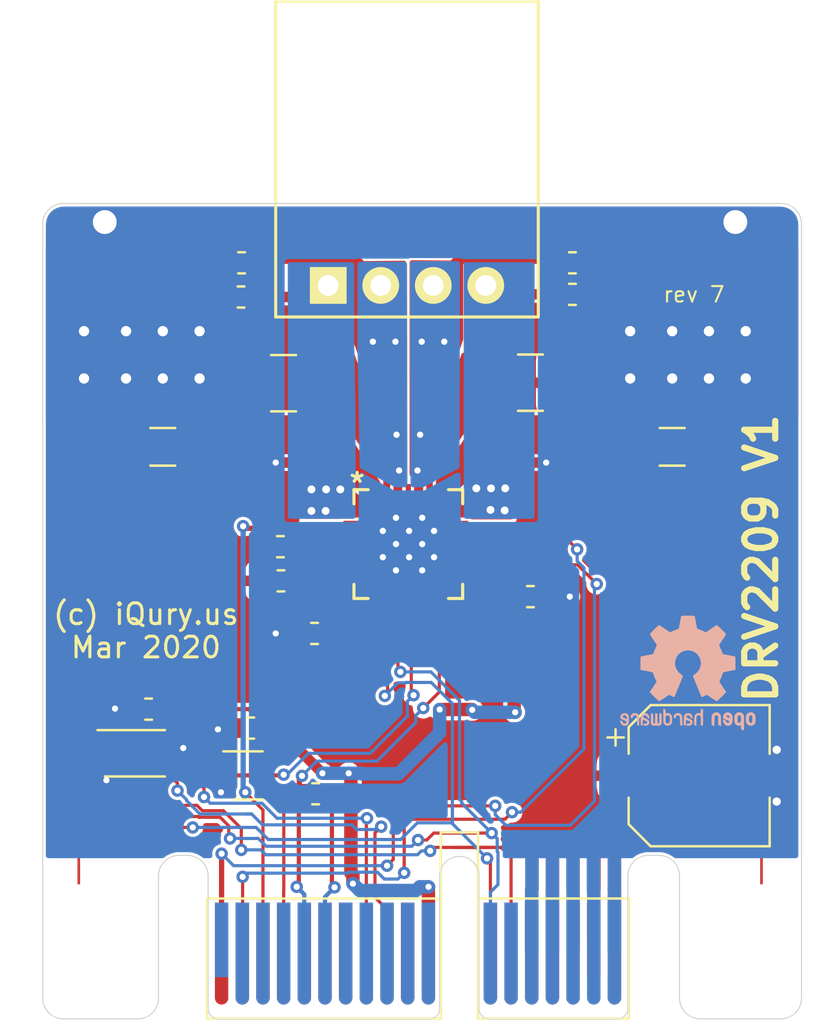
<source format=kicad_pcb>
(kicad_pcb (version 20190605) (host pcbnew "(5.1.0-1558-g0ba0c1724)")
  (layers (0 "F.Cu" signal) (31 "B.Cu" signal) (34 "B.Paste" user) (35 "F.Paste" user) (36 "B.SilkS" user) (37 "F.SilkS" user) (38 "B.Mask" user) (39 "F.Mask" user) (44 "Edge.Cuts" user))
  (net 0 "")
  (net 1 "/V_MOTORS")
  (net 2 "GND")
  (net 3 "Net-(C4-Pad2)")
  (net 4 "/MOTA1")
  (net 5 "/MOTA2")
  (net 6 "/MOTB1")
  (net 7 "/MOTB2")
  (net 8 "/~ENABLE")
  (net 9 "/DIR")
  (net 10 "/STEP")
  (net 11 "Net-(R3-Pad2)")
  (net 12 "/ALARM1")
  (net 13 "Net-(C2-Pad2)")
  (net 14 "Net-(C3-Pad1)")
  (net 15 "Net-(C3-Pad2)")
  (net 16 "/ID_1")
  (net 17 "/TX")
  (net 18 "/RX")
  (net 19 "/ID_0")
  (net 20 "Net-(R2-Pad2)")
  (net 21 "VCC")
  (net 22 "/DIAG")
  (net 23 "/ID_2")
  (net 24 "/SDA")
  (net 25 "/SCL")
  (module "PrntrBoardV2:JLC_Tool_hole" (layer "F.Cu") (at 144.5 108)
    (fp_text reference "H6" hide)
    (fp_text value "ToolingHole")
    (pad "" np_thru_hole circle (at 0 0) (size 1.152 1.152) (drill 1.152) (layers *.Cu *.Mask) (clearance 0.148))
  )
  (module "PrntrBoardV2:JLC_Tool_hole" (layer "F.Cu") (at 142.5 75.5)
    (fp_text reference "H5" hide)
    (fp_text value "ToolingHole")
    (pad "" np_thru_hole circle (at 0 0) (size 1.152 1.152) (drill 1.152) (layers *.Cu *.Mask) (clearance 0.148))
  )
  (module "PrntrBoardV2:JLC_Tool_hole" (layer "F.Cu") (at 110 108)
    (fp_text reference "H4" hide)
    (fp_text value "ToolingHole")
    (pad "" np_thru_hole circle (at 0 0) (size 1.152 1.152) (drill 1.152) (layers *.Cu *.Mask) (clearance 0.148))
  )
  (module "PrntrBoardV2:JLC_Tool_hole" (layer "F.Cu") (at 112 75.5)
    (fp_text reference "H3" hide)
    (fp_text value "ToolingHole")
    (pad "" np_thru_hole circle (at 0 0) (size 1.152 1.152) (drill 1.152) (layers *.Cu *.Mask) (clearance 0.148))
  )
  (module "Capacitor_SMD:CP_Elec_6.3x7.7" (layer "F.Cu") (at 140.75 102.25)
    (fp_text reference "C15" hide)
    (fp_text value "100uV 35V")
    (pad "2" smd roundrect (at 2.7 0) (size 3.5 1.6) (layers "F.Cu" "F.Paste" "F.Mask") (roundrect_rratio 0.15625) (net 2 "GND"))
    (pad "1" smd roundrect (at -2.7 0) (size 3.5 1.6) (layers "F.Cu" "F.Paste" "F.Mask") (roundrect_rratio 0.15625) (net 1 "/V_MOTORS"))
  )
  (module "PrntrBoardV2:TMC22xx_QFN" (layer "F.Cu") (at 126.6825 91.059)
    (fp_text reference "U1" hide)
    (fp_text value "TMC2209-LA" hide)
    (fp_text user "*" (at -2.4765 -2.921) (layer "F.SilkS"))
    (pad "29" smd rect (at 0 0) (size 3.7 3.7) (layers "F.Cu" "F.Paste" "F.Mask") (net 2 "GND"))
    (pad "28" smd rect (at -1.5 -2.5) (size 0.25 0.8) (layers "F.Cu" "F.Paste" "F.Mask") (net 1 "/V_MOTORS"))
    (pad "27" smd rect (at -1.000001 -2.5) (size 0.25 0.8) (layers "F.Cu" "F.Paste" "F.Mask") (net 11 "Net-(R3-Pad2)"))
    (pad "26" smd rect (at -0.499999 -2.5) (size 0.25 0.8) (layers "F.Cu" "F.Paste" "F.Mask") (net 6 "/MOTB1"))
    (pad "25" smd rect (at 0 -2.5) (size 0.25 0.8) (layers "F.Cu" "F.Paste" "F.Mask") (net 2 "GND"))
    (pad "24" smd rect (at 0.499999 -2.5) (size 0.25 0.8) (layers "F.Cu" "F.Paste" "F.Mask") (net 4 "/MOTA1"))
    (pad "23" smd rect (at 1.000001 -2.5) (size 0.25 0.8) (layers "F.Cu" "F.Paste" "F.Mask") (net 20 "Net-(R2-Pad2)"))
    (pad "22" smd rect (at 1.5 -2.5) (size 0.25 0.8) (layers "F.Cu" "F.Paste" "F.Mask") (net 1 "/V_MOTORS"))
    (pad "21" smd rect (at 2.5 -1.5 90) (size 0.25 0.8) (layers "F.Cu" "F.Paste" "F.Mask") (net 5 "/MOTA2"))
    (pad "20" smd rect (at 2.5 -1.000001 90) (size 0.25 0.8) (layers "F.Cu" "F.Paste" "F.Mask") (net 2 "GND"))
    (pad "19" smd rect (at 2.5 -0.499999 90) (size 0.25 0.8) (layers "F.Cu" "F.Paste" "F.Mask") (net 9 "/DIR"))
    (pad "18" smd rect (at 2.5 0 90) (size 0.25 0.8) (layers "F.Cu" "F.Paste" "F.Mask") (net 2 "GND"))
    (pad "17" smd rect (at 2.5 0.499999 90) (size 0.25 0.8) (layers "F.Cu" "F.Paste" "F.Mask"))
    (pad "16" smd rect (at 2.5 1.000001 90) (size 0.25 0.8) (layers "F.Cu" "F.Paste" "F.Mask") (net 10 "/STEP"))
    (pad "15" smd rect (at 2.5 1.5 90) (size 0.25 0.8) (layers "F.Cu" "F.Paste" "F.Mask") (net 21 "VCC"))
    (pad "14" smd rect (at 1.5 2.5) (size 0.25 0.8) (layers "F.Cu" "F.Paste" "F.Mask") (net 18 "/RX"))
    (pad "13" smd rect (at 1.000001 2.5) (size 0.25 0.8) (layers "F.Cu" "F.Paste" "F.Mask") (net 2 "GND"))
    (pad "12" smd rect (at 0.499999 2.5) (size 0.25 0.8) (layers "F.Cu" "F.Paste" "F.Mask"))
    (pad "11" smd rect (at 0 2.5) (size 0.25 0.8) (layers "F.Cu" "F.Paste" "F.Mask") (net 22 "/DIAG"))
    (pad "10" smd rect (at -0.499999 2.5) (size 0.25 0.8) (layers "F.Cu" "F.Paste" "F.Mask") (net 16 "/ID_1"))
    (pad "9" smd rect (at -1.000001 2.5) (size 0.25 0.8) (layers "F.Cu" "F.Paste" "F.Mask") (net 19 "/ID_0"))
    (pad "8" smd rect (at -1.5 2.5) (size 0.25 0.8) (layers "F.Cu" "F.Paste" "F.Mask") (net 13 "Net-(C2-Pad2)"))
    (pad "7" smd rect (at -2.5 1.5 90) (size 0.25 0.8) (layers "F.Cu" "F.Paste" "F.Mask"))
    (pad "6" smd rect (at -2.5 1.000001 90) (size 0.25 0.8) (layers "F.Cu" "F.Paste" "F.Mask") (net 3 "Net-(C4-Pad2)"))
    (pad "5" smd rect (at -2.5 0.499999 90) (size 0.25 0.8) (layers "F.Cu" "F.Paste" "F.Mask") (net 14 "Net-(C3-Pad1)"))
    (pad "4" smd rect (at -2.5 0 90) (size 0.25 0.8) (layers "F.Cu" "F.Paste" "F.Mask") (net 15 "Net-(C3-Pad2)"))
    (pad "3" smd rect (at -2.5 -0.499999 90) (size 0.25 0.8) (layers "F.Cu" "F.Paste" "F.Mask") (net 2 "GND"))
    (pad "2" smd rect (at -2.5 -1.000001 90) (size 0.25 0.8) (layers "F.Cu" "F.Paste" "F.Mask") (net 8 "/~ENABLE"))
    (pad "1" smd rect (at -2.5 -1.5 90) (size 0.25 0.8) (layers "F.Cu" "F.Paste" "F.Mask") (net 7 "/MOTB2"))
  )
  (module "PrntrBoardV2:TDFN-8-1EP_3x2mm_P0.5mm_EP1.56x1.45mm" (layer "F.Cu") (at 113.4618 101.1682)
    (fp_text reference "U3" hide)
    (fp_text value "24LC02")
    (pad "1" smd rect (at -1.36 -0.75) (size 0.68 0.3) (layers "F.Cu" "F.Paste" "F.Mask") (net 19 "/ID_0"))
    (pad "2" smd rect (at -1.36 -0.25) (size 0.68 0.3) (layers "F.Cu" "F.Paste" "F.Mask") (net 16 "/ID_1"))
    (pad "3" smd rect (at -1.36 0.25) (size 0.68 0.3) (layers "F.Cu" "F.Paste" "F.Mask") (net 23 "/ID_2"))
    (pad "4" smd rect (at -1.36 0.75) (size 0.68 0.3) (layers "F.Cu" "F.Paste" "F.Mask") (net 2 "GND"))
    (pad "8" smd rect (at 1.36 -0.75) (size 0.68 0.3) (layers "F.Cu" "F.Paste" "F.Mask") (net 21 "VCC"))
    (pad "7" smd rect (at 1.36 -0.25) (size 0.68 0.3) (layers "F.Cu" "F.Paste" "F.Mask") (net 2 "GND"))
    (pad "6" smd rect (at 1.36 0.25) (size 0.68 0.3) (layers "F.Cu" "F.Paste" "F.Mask") (net 25 "/SCL"))
    (pad "5" smd rect (at 1.36 0.75) (size 0.68 0.3) (layers "F.Cu" "F.Paste" "F.Mask") (net 24 "/SDA"))
    (pad "9" smd rect (at 0 0) (size 1.45 1.56) (layers "F.Cu" "F.Mask") (net 2 "GND"))
  )
  (module "PrntrBoardV2:C_0603_1608Metric" (layer "F.Cu") (at 114.1222 99.0346 180)
    (fp_text reference "C14" hide)
    (fp_text value "0.1uF")
    (pad "1" smd rect (at -0.7875 0 180) (size 0.875 0.95) (layers "F.Cu" "F.Paste" "F.Mask") (net 21 "VCC"))
    (pad "2" smd rect (at 0.7875 0 180) (size 0.875 0.95) (layers "F.Cu" "F.Paste" "F.Mask") (net 2 "GND"))
  )
  (module "Symbol:OSHW-Logo2_7.3x6mm_SilkScreen" (layer "B.Cu") (at 140.208 97.282 180)
    (fp_text reference "LOGO1" hide)
    (fp_text value "Logo_Open_Hardware_Large" hide)
  )
  (module "PrntrBoardV2:C_0603_1608Metric" (layer "F.Cu") (at 119.0625 99.949 180)
    (fp_text reference "C13" hide)
    (fp_text value "0.1uF")
    (pad "1" smd rect (at -0.7875 0 180) (size 0.875 0.95) (layers "F.Cu" "F.Paste" "F.Mask") (net 21 "VCC"))
    (pad "2" smd rect (at 0.7875 0 180) (size 0.875 0.95) (layers "F.Cu" "F.Paste" "F.Mask") (net 2 "GND"))
  )
  (module "Package_TO_SOT_SMD:SOT-353_SC-70-5" (layer "F.Cu") (at 118.9355 102.235)
    (fp_text reference "U2" hide)
    (fp_text value "74LVC1G06")
    (pad "5" smd rect (at 0.95 -0.65) (size 0.65 0.4) (layers "F.Cu" "F.Paste" "F.Mask") (net 21 "VCC"))
    (pad "4" smd rect (at 0.95 0.65) (size 0.65 0.4) (layers "F.Cu" "F.Paste" "F.Mask") (net 12 "/ALARM1"))
    (pad "2" smd rect (at -0.95 0) (size 0.65 0.4) (layers "F.Cu" "F.Paste" "F.Mask") (net 22 "/DIAG"))
    (pad "3" smd rect (at -0.95 0.65) (size 0.65 0.4) (layers "F.Cu" "F.Paste" "F.Mask") (net 2 "GND"))
    (pad "1" smd rect (at -0.95 -0.65) (size 0.65 0.4) (layers "F.Cu" "F.Paste" "F.Mask"))
  )
  (module "Resistor_SMD:R_1210_3225Metric" (layer "F.Cu") (at 120.65 83.2866)
    (fp_text reference "R3" hide)
    (fp_text value "0R091")
    (pad "2" smd roundrect (at 1.4 0) (size 1.25 2.65) (layers "F.Cu" "F.Paste" "F.Mask") (roundrect_rratio 0.2) (net 11 "Net-(R3-Pad2)"))
    (pad "1" smd roundrect (at -1.4 0) (size 1.25 2.65) (layers "F.Cu" "F.Paste" "F.Mask") (roundrect_rratio 0.2) (net 2 "GND"))
  )
  (module "Resistor_SMD:R_1210_3225Metric" (layer "F.Cu") (at 132.591 83.2612 180)
    (fp_text reference "R2" hide)
    (fp_text value "0R091")
    (pad "2" smd roundrect (at 1.4 0 180) (size 1.25 2.65) (layers "F.Cu" "F.Paste" "F.Mask") (roundrect_rratio 0.2) (net 20 "Net-(R2-Pad2)"))
    (pad "1" smd roundrect (at -1.4 0 180) (size 1.25 2.65) (layers "F.Cu" "F.Paste" "F.Mask") (roundrect_rratio 0.2) (net 2 "GND"))
  )
  (module "PrntrBoardV2:C_0603_1608Metric" (layer "F.Cu") (at 118.5925 79.121)
    (fp_text reference "C12" hide)
    (fp_text value "1000pF")
    (pad "1" smd rect (at -0.7875 0) (size 0.875 0.95) (layers "F.Cu" "F.Paste" "F.Mask") (net 2 "GND"))
    (pad "2" smd rect (at 0.7875 0) (size 0.875 0.95) (layers "F.Cu" "F.Paste" "F.Mask") (net 7 "/MOTB2"))
  )
  (module "PrntrBoardV2:C_0603_1608Metric" (layer "F.Cu") (at 118.618 77.47)
    (fp_text reference "C11" hide)
    (fp_text value "1000pF")
    (pad "1" smd rect (at -0.7875 0) (size 0.875 0.95) (layers "F.Cu" "F.Paste" "F.Mask") (net 2 "GND"))
    (pad "2" smd rect (at 0.7875 0) (size 0.875 0.95) (layers "F.Cu" "F.Paste" "F.Mask") (net 6 "/MOTB1"))
  )
  (module "PrntrBoardV2:C_0603_1608Metric" (layer "F.Cu") (at 134.62 78.994 180)
    (fp_text reference "C10" hide)
    (fp_text value "1000pF")
    (pad "1" smd rect (at -0.7875 0 180) (size 0.875 0.95) (layers "F.Cu" "F.Paste" "F.Mask") (net 2 "GND"))
    (pad "2" smd rect (at 0.7875 0 180) (size 0.875 0.95) (layers "F.Cu" "F.Paste" "F.Mask") (net 5 "/MOTA2"))
  )
  (module "PrntrBoardV2:C_0603_1608Metric" (layer "F.Cu") (at 134.62 77.47 180)
    (fp_text reference "C9" hide)
    (fp_text value "1000pF")
    (pad "1" smd rect (at -0.7875 0 180) (size 0.875 0.95) (layers "F.Cu" "F.Paste" "F.Mask") (net 2 "GND"))
    (pad "2" smd rect (at 0.7875 0 180) (size 0.875 0.95) (layers "F.Cu" "F.Paste" "F.Mask") (net 4 "/MOTA1"))
  )
  (module "PrntrBoardV2:R_0603_1608Metric" (layer "F.Cu") (at 122.1995 103.124)
    (fp_text reference "R1" hide)
    (fp_text value "470")
    (pad "1" smd rect (at -0.7875 0) (size 0.875 0.95) (layers "F.Cu" "F.Paste" "F.Mask") (net 18 "/RX"))
    (pad "2" smd rect (at 0.7875 0) (size 0.875 0.95) (layers "F.Cu" "F.Paste" "F.Mask") (net 17 "/TX"))
  )
  (module "PrntrBoardV2:Molex-SL-4POS" (layer "F.Cu") (at 126.619 78.5622 180)
    (fp_text reference "J2" hide)
    (fp_text value "Conn_01x04_Male" hide)
    (pad "4" thru_hole circle (at -3.81 0 180) (size 1.778 1.778) (drill 1) (layers *.Cu *.Mask "F.SilkS") (net 5 "/MOTA2"))
    (pad "3" thru_hole circle (at -1.27 0 180) (size 1.778 1.778) (drill 1) (layers *.Cu *.Mask "F.SilkS") (net 4 "/MOTA1"))
    (pad "2" thru_hole circle (at 1.27 0 180) (size 1.778 1.778) (drill 1) (layers *.Cu *.Mask "F.SilkS") (net 6 "/MOTB1"))
    (pad "1" thru_hole rect (at 3.81 0 180) (size 1.778 1.778) (drill 1) (layers *.Cu *.Mask "F.SilkS") (net 7 "/MOTB2"))
  )
  (module "Connector_PCBEdge:BUS_PCIexpress" (layer "F.Cu") (at 117.6528 110.1852)
    (fp_text reference "J1" hide)
    (fp_text value "PCIe_Stepper")
    (pad "" connect oval (at 1 2.8 90) (size 0.65 0.65) (layers "B.Cu" "B.Mask"))
    (pad "" connect oval (at 19 2.8 90) (size 0.65 0.65) (layers "B.Cu" "B.Mask"))
    (pad "" connect oval (at 18 2.8 90) (size 0.65 0.65) (layers "B.Cu" "B.Mask"))
    (pad "" connect oval (at 13 2.8 90) (size 0.65 0.65) (layers "B.Cu" "B.Mask"))
    (pad "" connect oval (at 10 2.8 90) (size 0.65 0.65) (layers "B.Cu" "B.Mask"))
    (pad "" connect oval (at 17 2.8 90) (size 0.65 0.65) (layers "B.Cu" "B.Mask"))
    (pad "" connect oval (at 14 2.8 90) (size 0.65 0.65) (layers "B.Cu" "B.Mask"))
    (pad "" connect oval (at 2 2.8 90) (size 0.65 0.65) (layers "B.Cu" "B.Mask"))
    (pad "" connect oval (at 16 2.8 90) (size 0.65 0.65) (layers "B.Cu" "B.Mask"))
    (pad "" connect oval (at 15 2.8 90) (size 0.65 0.65) (layers "B.Cu" "B.Mask"))
    (pad "" connect oval (at 9 2.8 90) (size 0.65 0.65) (layers "B.Cu" "B.Mask"))
    (pad "" connect oval (at 8 2.8 90) (size 0.65 0.65) (layers "B.Cu" "B.Mask"))
    (pad "" connect oval (at 7 2.8 90) (size 0.65 0.65) (layers "B.Cu" "B.Mask"))
    (pad "" connect oval (at 6 2.8 90) (size 0.65 0.65) (layers "B.Cu" "B.Mask"))
    (pad "" connect oval (at 5 2.8 90) (size 0.65 0.65) (layers "B.Cu" "B.Mask"))
    (pad "" connect oval (at 4 2.8 90) (size 0.65 0.65) (layers "B.Cu" "B.Mask"))
    (pad "" connect oval (at 3 2.8 90) (size 0.65 0.65) (layers "B.Cu" "B.Mask"))
    (pad "" connect circle (at 1 2.8) (size 0.65 0.65) (layers "F.Cu" "F.Mask"))
    (pad "" connect circle (at 17 2.8) (size 0.65 0.65) (layers "F.Cu" "F.Mask"))
    (pad "" connect circle (at 16 2.8) (size 0.65 0.65) (layers "F.Cu" "F.Mask"))
    (pad "" connect circle (at 15 2.8) (size 0.65 0.65) (layers "F.Cu" "F.Mask"))
    (pad "" connect circle (at 14 2.8) (size 0.65 0.65) (layers "F.Cu" "F.Mask"))
    (pad "" connect circle (at 13 2.8) (size 0.65 0.65) (layers "F.Cu" "F.Mask"))
    (pad "" connect circle (at 0 2.8) (size 0.65 0.65) (layers "F.Cu" "F.Mask"))
    (pad "" connect circle (at 10 2.8) (size 0.65 0.65) (layers "F.Cu" "F.Mask"))
    (pad "" connect circle (at 9 2.8) (size 0.65 0.65) (layers "F.Cu" "F.Mask"))
    (pad "" connect circle (at 8 2.8) (size 0.65 0.65) (layers "F.Cu" "F.Mask"))
    (pad "" connect circle (at 7 2.8) (size 0.65 0.65) (layers "F.Cu" "F.Mask"))
    (pad "" connect circle (at 6 2.8) (size 0.65 0.65) (layers "F.Cu" "F.Mask"))
    (pad "" connect circle (at 5 2.8) (size 0.65 0.65) (layers "F.Cu" "F.Mask"))
    (pad "" connect circle (at 4 2.8) (size 0.65 0.65) (layers "F.Cu" "F.Mask"))
    (pad "" connect circle (at 3 2.8) (size 0.65 0.65) (layers "F.Cu" "F.Mask"))
    (pad "" connect circle (at 2 2.8) (size 0.65 0.65) (layers "F.Cu" "F.Mask"))
    (pad "A13" connect rect (at 14 0.5) (size 0.65 4.6) (layers "B.Cu" "B.Mask"))
    (pad "A12" connect rect (at 13 0.5) (size 0.65 4.6) (layers "B.Cu" "B.Mask") (net 16 "/ID_1"))
    (pad "A18" connect rect (at 19 0.5) (size 0.65 4.6) (layers "B.Cu" "B.Mask") (net 2 "GND"))
    (pad "A17" connect rect (at 18 0.5) (size 0.65 4.6) (layers "B.Cu" "B.Mask") (net 2 "GND"))
    (pad "A16" connect rect (at 17 0.5) (size 0.65 4.6) (layers "B.Cu" "B.Mask") (net 2 "GND"))
    (pad "A15" connect rect (at 16 0.5) (size 0.65 4.6) (layers "B.Cu" "B.Mask") (net 2 "GND"))
    (pad "A14" connect rect (at 15 0.5) (size 0.65 4.6) (layers "B.Cu" "B.Mask") (net 2 "GND"))
    (pad "A11" connect rect (at 10 0.5) (size 0.65 4.6) (layers "B.Cu" "B.Mask"))
    (pad "A10" connect rect (at 9 0.5) (size 0.65 4.6) (layers "B.Cu" "B.Mask"))
    (pad "A9" connect rect (at 8 0.5) (size 0.65 4.6) (layers "B.Cu" "B.Mask"))
    (pad "A8" connect rect (at 7 0.5) (size 0.65 4.6) (layers "B.Cu" "B.Mask"))
    (pad "A7" connect rect (at 6 0.5) (size 0.65 4.6) (layers "B.Cu" "B.Mask"))
    (pad "A6" connect rect (at 5 0.5) (size 0.65 4.6) (layers "B.Cu" "B.Mask") (net 17 "/TX"))
    (pad "A5" connect rect (at 4 0.5) (size 0.65 4.6) (layers "B.Cu" "B.Mask") (net 18 "/RX"))
    (pad "A4" connect rect (at 3 0.5) (size 0.65 4.6) (layers "B.Cu" "B.Mask"))
    (pad "A3" connect rect (at 2 0.5) (size 0.65 4.6) (layers "B.Cu" "B.Mask"))
    (pad "A2" connect rect (at 1 0.5) (size 0.65 4.6) (layers "B.Cu" "B.Mask"))
    (pad "A1" connect rect (at 0 0) (size 0.65 3.6) (layers "B.Cu" "B.Mask"))
    (pad "B13" connect rect (at 14 0.5) (size 0.65 4.6) (layers "F.Cu" "F.Mask") (net 23 "/ID_2"))
    (pad "B12" connect rect (at 13 0.5) (size 0.65 4.6) (layers "F.Cu" "F.Mask") (net 19 "/ID_0"))
    (pad "B18" connect rect (at 19 0.5) (size 0.65 4.6) (layers "F.Cu" "F.Mask") (net 1 "/V_MOTORS"))
    (pad "B17" connect rect (at 18 0) (size 0.65 3.6) (layers "F.Cu" "F.Mask") (net 1 "/V_MOTORS"))
    (pad "B16" connect rect (at 17 0.5) (size 0.65 4.6) (layers "F.Cu" "F.Mask") (net 1 "/V_MOTORS"))
    (pad "B15" connect rect (at 16 0.5) (size 0.65 4.6) (layers "F.Cu" "F.Mask") (net 1 "/V_MOTORS"))
    (pad "B14" connect rect (at 15 0.5) (size 0.65 4.6) (layers "F.Cu" "F.Mask") (net 1 "/V_MOTORS"))
    (pad "B11" connect rect (at 10 0.5) (size 0.65 4.6) (layers "F.Cu" "F.Mask") (net 21 "VCC"))
    (pad "B10" connect rect (at 9 0.5) (size 0.65 4.6) (layers "F.Cu" "F.Mask"))
    (pad "B9" connect rect (at 8 0.5) (size 0.65 4.6) (layers "F.Cu" "F.Mask") (net 24 "/SDA"))
    (pad "B8" connect rect (at 7 0.5) (size 0.65 4.6) (layers "F.Cu" "F.Mask") (net 25 "/SCL"))
    (pad "B7" connect rect (at 6 0.5) (size 0.65 4.6) (layers "F.Cu" "F.Mask"))
    (pad "B6" connect rect (at 5 0.5) (size 0.65 4.6) (layers "F.Cu" "F.Mask"))
    (pad "B5" connect rect (at 4 0.5) (size 0.65 4.6) (layers "F.Cu" "F.Mask"))
    (pad "B4" connect rect (at 3 0.5) (size 0.65 4.6) (layers "F.Cu" "F.Mask") (net 12 "/ALARM1"))
    (pad "B3" connect rect (at 2 0.5) (size 0.65 4.6) (layers "F.Cu" "F.Mask") (net 8 "/~ENABLE"))
    (pad "B2" connect rect (at 1 0.5) (size 0.65 4.6) (layers "F.Cu" "F.Mask") (net 9 "/DIR"))
    (pad "B1" connect rect (at 0 0.5) (size 0.65 4.6) (layers "F.Cu" "F.Mask") (net 10 "/STEP"))
    (pad "" connect circle (at 19 2.8) (size 0.65 0.65) (layers "F.Cu" "F.Mask"))
  )
  (module "MountingHole:MountingHole_2.7mm_M2.5" (layer "F.Cu") (at 142.75 110.744)
    (fp_text reference "H2" hide)
    (fp_text value "MountingHole")
    (pad "1" np_thru_hole circle (at 0 0) (size 2.7 2.7) (drill 2.7) (layers *.Cu *.Mask))
  )
  (module "MountingHole:MountingHole_2.7mm_M2.5" (layer "F.Cu") (at 111.8 110.744)
    (fp_text reference "H1" hide)
    (fp_text value "MountingHole")
    (pad "1" np_thru_hole circle (at 0 0) (size 2.7 2.7) (drill 2.7) (layers *.Cu *.Mask))
  )
  (module "PrntrBoardV2:Fiducial_1mm_Dia_2.54mm_Outer_CopperTop" (layer "F.Cu") (at 110.744 106)
    (fp_text reference "FID4" hide)
    (fp_text value "Fiducial")
    (pad "~" smd rect (at 0 0) (size 3 0.127) (layers "F.Cu" "F.Mask"))
    (pad "~" smd rect (at 0 0) (size 0.127 3) (layers "F.Cu" "F.Mask"))
  )
  (module "PrntrBoardV2:Fiducial_1mm_Dia_2.54mm_Outer_CopperTop" (layer "F.Cu") (at 143.764 76.454)
    (fp_text reference "FID3" hide)
    (fp_text value "Fiducial")
    (pad "~" smd rect (at 0 0) (size 3 0.127) (layers "F.Cu" "F.Mask"))
    (pad "~" smd rect (at 0 0) (size 0.127 3) (layers "F.Cu" "F.Mask"))
  )
  (module "PrntrBoardV2:Fiducial_1mm_Dia_2.54mm_Outer_CopperTop" (layer "F.Cu") (at 143.764 106)
    (fp_text reference "FID2" hide)
    (fp_text value "Fiducial")
    (pad "~" smd rect (at 0 0) (size 3 0.127) (layers "F.Cu" "F.Mask"))
    (pad "~" smd rect (at 0 0) (size 0.127 3) (layers "F.Cu" "F.Mask"))
  )
  (module "PrntrBoardV2:Fiducial_1mm_Dia_2.54mm_Outer_CopperTop" (layer "F.Cu") (at 110.744 76.454)
    (fp_text reference "FID1" hide)
    (fp_text value "Fiducial")
    (pad "~" smd rect (at 0 0) (size 3 0.127) (layers "F.Cu" "F.Mask"))
    (pad "~" smd rect (at 0 0) (size 0.127 3) (layers "F.Cu" "F.Mask"))
  )
  (module "PrntrBoardV2:C_1206_3216Metric" (layer "F.Cu") (at 139.446 86.36)
    (fp_text reference "C8" hide)
    (fp_text value "10uF 50V")
    (pad "1" smd rect (at -1.4 0) (size 1.25 1.75) (layers "F.Cu" "F.Paste" "F.Mask") (net 1 "/V_MOTORS"))
    (pad "2" smd rect (at 1.4 0) (size 1.25 1.75) (layers "F.Cu" "F.Paste" "F.Mask") (net 2 "GND"))
  )
  (module "PrntrBoardV2:C_1206_3216Metric" (layer "F.Cu") (at 114.808 86.36 180)
    (fp_text reference "C7" hide)
    (fp_text value "10uF 50V")
    (pad "1" smd rect (at -1.4 0 180) (size 1.25 1.75) (layers "F.Cu" "F.Paste" "F.Mask") (net 1 "/V_MOTORS"))
    (pad "2" smd rect (at 1.4 0 180) (size 1.25 1.75) (layers "F.Cu" "F.Paste" "F.Mask") (net 2 "GND"))
  )
  (module "PrntrBoardV2:C_0402_1005Metric" (layer "F.Cu") (at 121.943 87.122 180)
    (fp_text reference "C6" hide)
    (fp_text value "0.1uF 50V")
    (pad "1" smd rect (at -0.485 0 180) (size 0.59 0.64) (layers "F.Cu" "F.Paste" "F.Mask") (net 1 "/V_MOTORS"))
    (pad "2" smd rect (at 0.485 0 180) (size 0.59 0.64) (layers "F.Cu" "F.Paste" "F.Mask") (net 2 "GND"))
  )
  (module "PrntrBoardV2:C_0402_1005Metric" (layer "F.Cu") (at 131.341 87.122)
    (fp_text reference "C5" hide)
    (fp_text value "0.1uF 50V")
    (pad "1" smd rect (at -0.485 0) (size 0.59 0.64) (layers "F.Cu" "F.Paste" "F.Mask") (net 1 "/V_MOTORS"))
    (pad "2" smd rect (at 0.485 0) (size 0.59 0.64) (layers "F.Cu" "F.Paste" "F.Mask") (net 2 "GND"))
  )
  (module "PrntrBoardV2:C_0603_1608Metric" (layer "F.Cu") (at 120.523 92.837)
    (fp_text reference "C4" hide)
    (fp_text value "0.1uF")
    (pad "1" smd rect (at -0.7875 0) (size 0.875 0.95) (layers "F.Cu" "F.Paste" "F.Mask") (net 1 "/V_MOTORS"))
    (pad "2" smd rect (at 0.7875 0) (size 0.875 0.95) (layers "F.Cu" "F.Paste" "F.Mask") (net 3 "Net-(C4-Pad2)"))
  )
  (module "PrntrBoardV2:C_0603_1608Metric" (layer "F.Cu") (at 120.4975 91.186)
    (fp_text reference "C3" hide)
    (fp_text value "0.022uF 50V")
    (pad "1" smd rect (at -0.7875 0) (size 0.875 0.95) (layers "F.Cu" "F.Paste" "F.Mask") (net 14 "Net-(C3-Pad1)"))
    (pad "2" smd rect (at 0.7875 0) (size 0.875 0.95) (layers "F.Cu" "F.Paste" "F.Mask") (net 15 "Net-(C3-Pad2)"))
  )
  (module "PrntrBoardV2:C_0603_1608Metric" (layer "F.Cu") (at 122.1485 95.377)
    (fp_text reference "C2" hide)
    (fp_text value "2.2uF")
    (pad "1" smd rect (at -0.7875 0) (size 0.875 0.95) (layers "F.Cu" "F.Paste" "F.Mask") (net 2 "GND"))
    (pad "2" smd rect (at 0.7875 0) (size 0.875 0.95) (layers "F.Cu" "F.Paste" "F.Mask") (net 13 "Net-(C2-Pad2)"))
  )
  (module "PrntrBoardV2:C_0603_1608Metric" (layer "F.Cu") (at 132.588 93.599)
    (fp_text reference "C1" hide)
    (fp_text value "0.1uF")
    (pad "1" smd rect (at -0.7875 0) (size 0.875 0.95) (layers "F.Cu" "F.Paste" "F.Mask") (net 21 "VCC"))
    (pad "2" smd rect (at 0.7875 0) (size 0.875 0.95) (layers "F.Cu" "F.Paste" "F.Mask") (net 2 "GND"))
  )
  (gr_arc (start 113.6 113) (end 113.6 114) (angle -90) (layer "Edge.Cuts") (width 0.05))
  (gr_arc (start 115.6 107.1) (end 114.6 107.1) (angle 90) (layer "Edge.Cuts") (width 0.05))
  (gr_arc (start 140.8 113) (end 139.8 113) (angle -90) (layer "Edge.Cuts") (width 0.05))
  (gr_arc (start 138.8 107.1) (end 139.8 107.1) (angle -90) (layer "Edge.Cuts") (width 0.05))
  (gr_line (start 109 113) (end 109 75.6) (layer "Edge.Cuts") (width 0.05))
  (gr_line (start 113.6 114) (end 110 114) (layer "Edge.Cuts") (width 0.05))
  (gr_line (start 114.6 107.1) (end 114.6 113) (layer "Edge.Cuts") (width 0.05))
  (gr_line (start 145.7 113) (end 145.7 75.6) (layer "Edge.Cuts") (width 0.05))
  (gr_line (start 140.8 114) (end 144.7 114) (layer "Edge.Cuts") (width 0.05))
  (gr_line (start 139.8 113) (end 139.8 107.1) (layer "Edge.Cuts") (width 0.05))
  (gr_arc (start 144.7 75.6) (end 145.7 75.6) (angle -90) (layer "Edge.Cuts") (width 0.05))
  (gr_text "(c) iQury.us\nMar 2020" (at 113.9952 95.25) (layer "F.SilkS") (effects (font (size 1 1))))
  (gr_text "rev 7" (at 140.5 79) (layer "F.SilkS") (effects (font (size 0.75 0.75) (thickness 0.1))))
  (gr_text "DRV2209 V1" (at 143.75 91.75 90) (layer "F.SilkS") (effects (font (size 1.5 1.5) (thickness 0.3))))
  (gr_arc (start 110 75.6) (end 110 74.6) (angle -90) (layer "Edge.Cuts") (width 0.05))
  (gr_arc (start 144.7 113) (end 144.7 114) (angle -90) (layer "Edge.Cuts") (width 0.05))
  (gr_arc (start 110 113) (end 109 113) (angle -90) (layer "Edge.Cuts") (width 0.05))
  (gr_arc (start 116 107.1) (end 117 107.1) (angle -90) (layer "Edge.Cuts") (width 0.05))
  (gr_arc (start 138.3 107.1) (end 138.3 106.1) (angle -90) (layer "Edge.Cuts") (width 0.05))
  (gr_line (start 144.7 74.6) (end 110 74.6) (layer "Edge.Cuts") (width 0.05))
  (gr_arc (start 136.8 113.5) (end 136.8 114) (angle -90) (layer "Edge.Cuts") (width 0.05))
  (gr_arc (start 130.6 113.5) (end 130.1 113.5) (angle -90) (layer "Edge.Cuts") (width 0.05))
  (gr_arc (start 127.7 113.5) (end 127.7 113.999999) (angle -90) (layer "Edge.Cuts") (width 0.05))
  (gr_arc (start 117.5 113.5) (end 117 113.5) (angle -90) (layer "Edge.Cuts") (width 0.05))
  (gr_arc (start 129.15 107.1) (end 130.099999 107.1) (angle -180) (layer "Edge.Cuts") (width 0.05))
  (gr_line (start 117 107.1) (end 117 113.5) (layer "Edge.Cuts") (width 0.05))
  (gr_line (start 115.6 106.1) (end 116 106.1) (layer "Edge.Cuts") (width 0.05))
  (gr_line (start 138.3 106.1) (end 138.8 106.1) (layer "Edge.Cuts") (width 0.05))
  (gr_line (start 137.3 113.5) (end 137.3 107.1) (layer "Edge.Cuts") (width 0.05))
  (gr_line (start 130.6 114) (end 136.8 114) (layer "Edge.Cuts") (width 0.05))
  (gr_line (start 130.1 107.1) (end 130.1 113.5) (layer "Edge.Cuts") (width 0.05))
  (gr_line (start 128.2 113.5) (end 128.2 107.1) (layer "Edge.Cuts") (width 0.05))
  (gr_line (start 117.5 114) (end 127.7 114) (layer "Edge.Cuts") (width 0.05))
  (segment (start 143.45 102.45) (end 144.5 103.5) (width 0.65) (layer "F.Cu") (net 2))
  (segment (start 143.45 102.25) (end 143.45 102.45) (width 0.65) (layer "F.Cu") (net 2))
  (via (at 144.5 103.5) (size 0.8) (drill 0.4) (layers "F.Cu" "B.Cu") (net 2))
  (segment (start 143.45 102.05) (end 144.5 101) (width 0.65) (layer "F.Cu") (net 2))
  (segment (start 143.45 102.25) (end 143.45 102.05) (width 0.65) (layer "F.Cu") (net 2))
  (via (at 144.5 101) (size 0.8) (drill 0.4) (layers "F.Cu" "B.Cu") (net 2))
  (segment (start 129.1825 90.559001) (end 134.094601 90.559001) (width 0.1524) (layer "F.Cu") (net 9))
  (segment (start 134.094601 90.559001) (end 134.8486 91.313) (width 0.1524) (layer "F.Cu") (net 9))
  (segment (start 130.479147 105.715453) (end 129.742547 105.715453) (width 0.1524) (layer "F.Cu") (net 23))
  (segment (start 131.166253 105.715453) (end 130.479147 105.715453) (width 0.1524) (layer "F.Cu") (net 23))
  (segment (start 127.739754 105.838646) (end 127.862947 105.715453) (width 0.1524) (layer "F.Cu") (net 23))
  (segment (start 127.739754 105.883012) (end 127.739754 105.838646) (width 0.1524) (layer "F.Cu") (net 23))
  (via (at 130.714328 105.023072) (size 0.6) (drill 0.3) (layers "F.Cu" "B.Cu") (net 16))
  (segment (start 131.401736 104.648) (end 134.5184 104.648) (width 0.1524) (layer "B.Cu") (net 10))
  (segment (start 134.5184 104.648) (end 135.6868 103.4796) (width 0.1524) (layer "B.Cu") (net 10))
  (segment (start 130.8862 103.7082) (end 130.8862 104.132464) (width 0.1524) (layer "B.Cu") (net 10))
  (segment (start 130.8862 104.132464) (end 131.401736 104.648) (width 0.1524) (layer "B.Cu") (net 10))
  (via (at 130.8862 103.7082) (size 0.6) (drill 0.3) (layers "F.Cu" "B.Cu") (net 10))
  (via (at 113.03 80.772) (size 1) (drill 0.5) (layers "F.Cu" "B.Cu") (net 2))
  (via (at 116.586 83.058) (size 1) (drill 0.5) (layers "F.Cu" "B.Cu") (net 2))
  (via (at 114.808 80.772) (size 1) (drill 0.5) (layers "F.Cu" "B.Cu") (net 2))
  (via (at 116.586 80.772) (size 1) (drill 0.5) (layers "F.Cu" "B.Cu") (net 2))
  (via (at 114.808 83.058) (size 1) (drill 0.5) (layers "F.Cu" "B.Cu") (net 2))
  (via (at 110.998 83.058) (size 1) (drill 0.5) (layers "F.Cu" "B.Cu") (net 2))
  (via (at 110.998 80.772) (size 1) (drill 0.5) (layers "F.Cu" "B.Cu") (net 2))
  (via (at 113.03 83.058) (size 1) (drill 0.5) (layers "F.Cu" "B.Cu") (net 2))
  (via (at 143.002 80.772) (size 1) (drill 0.5) (layers "F.Cu" "B.Cu") (net 2))
  (via (at 141.224 80.772) (size 1) (drill 0.5) (layers "F.Cu" "B.Cu") (net 2))
  (via (at 139.446 80.772) (size 1) (drill 0.5) (layers "F.Cu" "B.Cu") (net 2))
  (via (at 137.414 80.772) (size 1) (drill 0.5) (layers "F.Cu" "B.Cu") (net 2))
  (via (at 143.002 83.058) (size 1) (drill 0.5) (layers "F.Cu" "B.Cu") (net 2))
  (via (at 141.224 83.058) (size 1) (drill 0.5) (layers "F.Cu" "B.Cu") (net 2))
  (via (at 139.446 83.058) (size 1) (drill 0.5) (layers "F.Cu" "B.Cu") (net 2))
  (via (at 137.414 83.058) (size 1) (drill 0.5) (layers "F.Cu" "B.Cu") (net 2))
  (segment (start 129.0296 92.059001) (end 134.864311 92.059001) (width 0.1524) (layer "F.Cu") (net 10))
  (segment (start 134.864311 92.059001) (end 135.394711 92.589401) (width 0.1524) (layer "F.Cu") (net 10))
  (segment (start 134.8486 91.878685) (end 135.1788 92.208885) (width 0.1524) (layer "B.Cu") (net 9))
  (segment (start 135.394711 92.589401) (end 135.79471 92.9894) (width 0.1524) (layer "F.Cu") (net 10))
  (segment (start 135.6868 93.09731) (end 135.79471 92.9894) (width 0.254) (layer "B.Cu") (net 10))
  (segment (start 134.8486 91.313) (end 134.8486 91.878685) (width 0.1524) (layer "B.Cu") (net 9))
  (segment (start 135.6868 103.4796) (end 135.6868 93.09731) (width 0.1524) (layer "B.Cu") (net 10))
  (via (at 135.79471 92.9894) (size 0.6) (drill 0.3) (layers "F.Cu" "B.Cu") (net 10))
  (segment (start 134.112 90.5764) (end 134.8486 91.313) (width 0.1524) (layer "F.Cu") (net 9))
  (via (at 134.8486 91.313) (size 0.6) (drill 0.3) (layers "F.Cu" "B.Cu") (net 9))
  (segment (start 117.6528 106.0196) (end 117.6528 110.6852) (width 0.254) (layer "F.Cu") (net 10))
  (via (at 117.6528 106.0196) (size 0.6) (drill 0.3) (layers "F.Cu" "B.Cu") (net 10))
  (segment (start 131.8005 99.1361) (end 131.8514 99.187) (width 0.65) (layer "F.Cu") (net 21))
  (segment (start 131.8005 93.599) (end 131.8005 99.1361) (width 0.65) (layer "F.Cu") (net 21))
  (via (at 131.8514 99.187) (size 0.6) (drill 0.3) (layers "F.Cu" "B.Cu") (net 21))
  (segment (start 118.7958 90.297) (end 118.6942 90.1954) (width 0.254) (layer "F.Cu") (net 8))
  (segment (start 123.3886 90.297) (end 118.7958 90.297) (width 0.254) (layer "F.Cu") (net 8))
  (via (at 118.6942 90.1954) (size 0.6) (drill 0.3) (layers "F.Cu" "B.Cu") (net 8))
  (segment (start 124.3354 90.058999) (end 123.626601 90.058999) (width 0.254) (layer "F.Cu") (net 8))
  (segment (start 123.626601 90.058999) (end 123.3886 90.297) (width 0.254) (layer "F.Cu") (net 8))
  (segment (start 129.0296 90.058999) (end 127.682501 90.058999) (width 0.254) (layer "F.Cu") (net 2))
  (segment (start 127.682501 90.058999) (end 126.6825 91.059) (width 0.254) (layer "F.Cu") (net 2))
  (segment (start 130.7846 110.5534) (end 130.6528 110.6852) (width 0.254) (layer "F.Cu") (net 19))
  (segment (start 121.5644 103.2764) (end 121.412 103.124) (width 0.65) (layer "F.Cu") (net 18))
  (segment (start 122.9868 103.1242) (end 122.987 103.124) (width 0.65) (layer "F.Cu") (net 17))
  (segment (start 132.6642 107.7238) (end 132.6642 105.8418) (width 0.65) (layer "B.Cu") (net 2))
  (segment (start 132.6528 110.6852) (end 132.6528 107.7352) (width 0.65) (layer "B.Cu") (net 2))
  (segment (start 132.6528 107.7352) (end 132.6642 107.7238) (width 0.65) (layer "B.Cu") (net 2))
  (segment (start 133.6548 107.7332) (end 133.6548 105.7656) (width 0.65) (layer "B.Cu") (net 2))
  (segment (start 133.6528 110.6852) (end 133.6528 107.7352) (width 0.65) (layer "B.Cu") (net 2))
  (segment (start 133.6528 107.7352) (end 133.6548 107.7332) (width 0.65) (layer "B.Cu") (net 2))
  (segment (start 134.6454 107.7278) (end 134.6454 105.3338) (width 0.65) (layer "B.Cu") (net 2))
  (segment (start 134.6528 110.6852) (end 134.6528 107.7352) (width 0.65) (layer "B.Cu") (net 2))
  (segment (start 134.6528 107.7352) (end 134.6454 107.7278) (width 0.65) (layer "B.Cu") (net 2))
  (segment (start 135.636 107.7184) (end 135.636 105.2068) (width 0.65) (layer "B.Cu") (net 2))
  (segment (start 135.6528 110.6852) (end 135.6528 107.7352) (width 0.65) (layer "B.Cu") (net 2))
  (segment (start 135.6528 107.7352) (end 135.636 107.7184) (width 0.65) (layer "B.Cu") (net 2))
  (segment (start 136.6528 110.6852) (end 136.6528 105.741) (width 0.65) (layer "B.Cu") (net 2))
  (segment (start 132.6642 107.7238) (end 132.6642 105.5624) (width 0.65) (layer "F.Cu") (net 1))
  (segment (start 132.6528 110.6852) (end 132.6528 107.7352) (width 0.65) (layer "F.Cu") (net 1))
  (segment (start 132.6528 107.7352) (end 132.6642 107.7238) (width 0.65) (layer "F.Cu") (net 1))
  (segment (start 133.6548 107.7332) (end 133.6548 105.5116) (width 0.65) (layer "F.Cu") (net 1))
  (segment (start 133.6528 110.6852) (end 133.6528 107.7352) (width 0.65) (layer "F.Cu") (net 1))
  (segment (start 133.6528 107.7352) (end 133.6548 107.7332) (width 0.65) (layer "F.Cu") (net 1))
  (segment (start 134.6528 106.0122) (end 134.8994 105.7656) (width 0.65) (layer "F.Cu") (net 1))
  (segment (start 134.6528 110.6852) (end 134.6528 106.0122) (width 0.65) (layer "F.Cu") (net 1))
  (segment (start 135.6614 107.7266) (end 135.6614 105.8926) (width 0.65) (layer "F.Cu") (net 1))
  (segment (start 135.6528 110.1852) (end 135.6528 107.7352) (width 0.65) (layer "F.Cu") (net 1))
  (segment (start 135.6528 107.7352) (end 135.6614 107.7266) (width 0.65) (layer "F.Cu") (net 1))
  (segment (start 136.652 107.7344) (end 136.652 105.664) (width 0.65) (layer "F.Cu") (net 1))
  (segment (start 136.6528 110.6852) (end 136.6528 107.7352) (width 0.65) (layer "F.Cu") (net 1))
  (segment (start 136.6528 107.7352) (end 136.652 107.7344) (width 0.65) (layer "F.Cu") (net 1))
  (segment (start 121.361 95.377) (end 120.269 95.377) (width 0.508) (layer "F.Cu") (net 2))
  (via (at 120.269 95.377) (size 0.6) (drill 0.3) (layers "F.Cu" "B.Cu") (net 2))
  (segment (start 133.3755 93.599) (end 134.493 93.599) (width 0.508) (layer "F.Cu") (net 2))
  (via (at 134.493 93.599) (size 0.6) (drill 0.3) (layers "F.Cu" "B.Cu") (net 2))
  (segment (start 131.826 87.122) (end 133.35 87.122) (width 0.508) (layer "F.Cu") (net 2))
  (via (at 133.35 87.122) (size 0.6) (drill 0.3) (layers "F.Cu" "B.Cu") (net 2))
  (segment (start 140.846 86.36) (end 140.846 84.331) (width 1.5) (layer "F.Cu") (net 2))
  (segment (start 113.408 86.36) (end 113.408 84.458) (width 1.5) (layer "F.Cu") (net 2))
  (segment (start 121.458 87.122) (end 120.269 87.122) (width 0.508) (layer "F.Cu") (net 2))
  (via (at 120.269 87.122) (size 0.6) (drill 0.3) (layers "F.Cu" "B.Cu") (net 2))
  (segment (start 124.3354 91.059) (end 121.412 91.059) (width 0.254) (layer "F.Cu") (net 15))
  (segment (start 121.412 91.059) (end 121.285 91.186) (width 0.254) (layer "F.Cu") (net 15))
  (segment (start 122.936 95.377) (end 122.936 95.3395) (width 0.254) (layer "F.Cu") (net 13))
  (segment (start 122.936 95.3395) (end 124.8694 93.4061) (width 0.254) (layer "F.Cu") (net 13))
  (segment (start 124.8694 93.4061) (end 125.1825 93.4061) (width 0.254) (layer "F.Cu") (net 13))
  (segment (start 129.0296 92.559) (end 130.798 92.559) (width 0.254) (layer "F.Cu") (net 21))
  (segment (start 130.798 92.559) (end 131.8005 93.5615) (width 0.254) (layer "F.Cu") (net 21))
  (segment (start 131.8005 93.5615) (end 131.8005 93.599) (width 0.254) (layer "F.Cu") (net 21))
  (segment (start 133.8325 78.994) (end 130.8608 78.994) (width 0.508) (layer "F.Cu") (net 5))
  (segment (start 130.8608 78.994) (end 130.429 78.5622) (width 0.508) (layer "F.Cu") (net 5))
  (segment (start 119.38 79.121) (end 122.2502 79.121) (width 0.508) (layer "F.Cu") (net 7))
  (segment (start 122.2502 79.121) (end 122.809 78.5622) (width 0.508) (layer "F.Cu") (net 7))
  (segment (start 127.682501 93.4061) (end 127.682501 92.573599) (width 0.254) (layer "F.Cu") (net 2))
  (segment (start 127.682501 92.573599) (end 127.9271 92.329) (width 0.254) (layer "F.Cu") (net 2))
  (segment (start 124.3354 90.559001) (end 126.182501 90.559001) (width 0.254) (layer "F.Cu") (net 2))
  (segment (start 126.182501 90.559001) (end 126.6825 91.059) (width 0.254) (layer "F.Cu") (net 2))
  (segment (start 129.0296 91.059) (end 126.6825 91.059) (width 0.254) (layer "F.Cu") (net 2))
  (segment (start 126.6825 88.7119) (end 126.6825 90.3859) (width 0.254) (layer "F.Cu") (net 2))
  (segment (start 126.6825 90.3859) (end 126.7206 90.424) (width 0.254) (layer "F.Cu") (net 2))
  (via (at 126.0856 89.789) (size 0.508) (drill 0.3048) (layers "F.Cu" "B.Cu") (net 2))
  (via (at 127.9271 91.694) (size 0.508) (drill 0.3048) (layers "F.Cu" "B.Cu") (net 2))
  (via (at 127.9271 90.424) (size 0.508) (drill 0.3048) (layers "F.Cu" "B.Cu") (net 2))
  (via (at 127.3556 89.789) (size 0.508) (drill 0.3048) (layers "F.Cu" "B.Cu") (net 2))
  (via (at 126.7206 91.694) (size 0.508) (drill 0.3048) (layers "F.Cu" "B.Cu") (net 2))
  (via (at 126.0856 91.059) (size 0.508) (drill 0.3048) (layers "F.Cu" "B.Cu") (net 2))
  (via (at 125.4506 91.694) (size 0.508) (drill 0.3048) (layers "F.Cu" "B.Cu") (net 2))
  (via (at 125.4506 90.424) (size 0.508) (drill 0.3048) (layers "F.Cu" "B.Cu") (net 2))
  (via (at 126.7206 90.424) (size 0.508) (drill 0.3048) (layers "F.Cu" "B.Cu") (net 2))
  (via (at 127.3556 91.059) (size 0.508) (drill 0.3048) (layers "F.Cu" "B.Cu") (net 2))
  (via (at 127.3556 92.329) (size 0.508) (drill 0.3048) (layers "F.Cu" "B.Cu") (net 2))
  (via (at 126.0856 92.329) (size 0.508) (drill 0.3048) (layers "F.Cu" "B.Cu") (net 2))
  (via (at 128.4224 81.28) (size 0.508) (drill 0.3048) (layers "F.Cu" "B.Cu") (net 4))
  (via (at 127.254 85.7758) (size 0.508) (drill 0.3048) (layers "F.Cu" "B.Cu") (net 4))
  (via (at 127.3302 81.28) (size 0.508) (drill 0.3048) (layers "F.Cu" "B.Cu") (net 4))
  (via (at 127.127 87.503) (size 0.508) (drill 0.3048) (layers "F.Cu" "B.Cu") (net 4))
  (via (at 126.0602 81.28) (size 0.508) (drill 0.3048) (layers "F.Cu" "B.Cu") (net 6))
  (via (at 124.968 81.28) (size 0.508) (drill 0.3048) (layers "F.Cu" "B.Cu") (net 6))
  (via (at 126.111 85.7758) (size 0.508) (drill 0.3048) (layers "F.Cu" "B.Cu") (net 6))
  (via (at 126.238 87.503) (size 0.508) (drill 0.3048) (layers "F.Cu" "B.Cu") (net 6))
  (via (at 131.3688 88.3666) (size 0.635) (drill 0.381) (layers "F.Cu" "B.Cu") (net 5))
  (via (at 129.9718 88.3666) (size 0.635) (drill 0.381) (layers "F.Cu" "B.Cu") (net 5))
  (via (at 130.683 88.3666) (size 0.635) (drill 0.381) (layers "F.Cu" "B.Cu") (net 5))
  (via (at 131.3434 89.4334) (size 0.635) (drill 0.381) (layers "F.Cu" "B.Cu") (net 5))
  (via (at 130.6576 89.408) (size 0.635) (drill 0.381) (layers "F.Cu" "B.Cu") (net 5))
  (via (at 121.9962 88.4174) (size 0.635) (drill 0.381) (layers "F.Cu" "B.Cu") (net 7))
  (via (at 122.7074 88.4174) (size 0.635) (drill 0.381) (layers "F.Cu" "B.Cu") (net 7))
  (via (at 123.3932 88.4174) (size 0.635) (drill 0.381) (layers "F.Cu" "B.Cu") (net 7))
  (via (at 122.682 89.4588) (size 0.635) (drill 0.381) (layers "F.Cu" "B.Cu") (net 7))
  (via (at 121.9962 89.4588) (size 0.635) (drill 0.381) (layers "F.Cu" "B.Cu") (net 7))
  (via (at 117.475 100.0125) (size 0.6) (drill 0.3) (layers "F.Cu" "B.Cu") (net 2))
  (segment (start 118.275 99.949) (end 117.5385 99.949) (width 0.508) (layer "F.Cu") (net 2))
  (segment (start 117.5385 99.949) (end 117.475 100.0125) (width 0.508) (layer "F.Cu") (net 2))
  (segment (start 119.85 99.9865) (end 119.85 99.949) (width 0.254) (layer "F.Cu") (net 21))
  (segment (start 119.85 101.5495) (end 119.8855 101.585) (width 0.254) (layer "F.Cu") (net 21))
  (segment (start 119.85 99.949) (end 119.85 101.5495) (width 0.254) (layer "F.Cu") (net 21))
  (segment (start 129.890902 99.187) (end 129.772955 99.069053) (width 0.65) (layer "B.Cu") (net 21))
  (segment (start 129.75644 99.052538) (end 129.772955 99.069053) (width 0.65) (layer "F.Cu") (net 21))
  (via (at 126.9365 98.3615) (size 0.6) (drill 0.3) (layers "F.Cu" "B.Cu") (net 22))
  (via (at 126.29674 97.234793) (size 0.6) (drill 0.3) (layers "F.Cu" "B.Cu") (net 16))
  (segment (start 129.717723 99.069053) (end 129.772955 99.069053) (width 0.65) (layer "F.Cu") (net 21))
  (segment (start 131.8514 99.187) (end 129.890902 99.187) (width 0.65) (layer "B.Cu") (net 21))
  (segment (start 128.198233 99.052538) (end 129.75644 99.052538) (width 0.65) (layer "F.Cu") (net 21))
  (via (at 128.198233 99.052538) (size 0.6) (drill 0.3) (layers "F.Cu" "B.Cu") (net 21))
  (via (at 125.54718 98.394169) (size 0.6) (drill 0.3) (layers "F.Cu" "B.Cu") (net 19))
  (via (at 129.772955 99.069053) (size 0.6) (drill 0.3) (layers "F.Cu" "B.Cu") (net 21))
  (via (at 112.4966 99.0092) (size 0.6) (drill 0.3) (layers "F.Cu" "B.Cu") (net 2))
  (segment (start 113.3347 99.0346) (end 112.522 99.0346) (width 0.508) (layer "F.Cu") (net 2))
  (segment (start 112.522 99.0346) (end 112.4966 99.0092) (width 0.508) (layer "F.Cu") (net 2))
  (segment (start 114.9118 99.0367) (end 114.9097 99.0346) (width 0.2032) (layer "F.Cu") (net 21))
  (segment (start 114.9118 100.4182) (end 114.9118 99.0367) (width 0.2032) (layer "F.Cu") (net 21))
  (segment (start 115.5504 99.0346) (end 114.9097 99.0346) (width 0.2032) (layer "F.Cu") (net 21))
  (segment (start 118.9731 99.0346) (end 115.5504 99.0346) (width 0.2032) (layer "F.Cu") (net 21))
  (segment (start 119.85 99.9115) (end 118.9731 99.0346) (width 0.2032) (layer "F.Cu") (net 21))
  (segment (start 119.85 99.949) (end 119.85 99.9115) (width 0.2032) (layer "F.Cu") (net 21))
  (via (at 115.7986 100.9142) (size 0.6) (drill 0.3) (layers "F.Cu" "B.Cu") (net 2))
  (segment (start 114.9118 100.9182) (end 115.7946 100.9182) (width 0.2032) (layer "F.Cu") (net 2))
  (segment (start 115.7946 100.9182) (end 115.7986 100.9142) (width 0.2032) (layer "F.Cu") (net 2))
  (segment (start 121.412 103.8022) (end 121.3866 103.8276) (width 0.2032) (layer "F.Cu") (net 18))
  (segment (start 121.412 103.124) (end 121.412 103.8022) (width 0.2032) (layer "F.Cu") (net 18))
  (via (at 121.285 107.6198) (size 0.6) (drill 0.3) (layers "F.Cu" "B.Cu") (net 18))
  (segment (start 121.3866 103.8276) (end 121.3866 107.5182) (width 0.2032) (layer "F.Cu") (net 18))
  (segment (start 121.3866 107.5182) (end 121.285 107.6198) (width 0.2032) (layer "F.Cu") (net 18))
  (segment (start 121.6528 107.9876) (end 121.6528 110.6852) (width 0.2032) (layer "B.Cu") (net 18))
  (segment (start 121.285 107.6198) (end 121.6528 107.9876) (width 0.2032) (layer "B.Cu") (net 18))
  (via (at 123.1138 107.6452) (size 0.6) (drill 0.3) (layers "F.Cu" "B.Cu") (net 17))
  (segment (start 122.987 103.124) (end 122.987 107.5184) (width 0.2032) (layer "F.Cu") (net 17))
  (segment (start 122.987 107.5184) (end 123.1138 107.6452) (width 0.2032) (layer "F.Cu") (net 17))
  (segment (start 122.6528 108.1062) (end 122.6528 110.6852) (width 0.2032) (layer "B.Cu") (net 17))
  (segment (start 123.1138 107.6452) (end 122.6528 108.1062) (width 0.2032) (layer "B.Cu") (net 17))
  (segment (start 119.85 99.949) (end 120.3452 99.949) (width 0.508) (layer "F.Cu") (net 21))
  (via (at 122.5296 102.1334) (size 0.6) (drill 0.3) (layers "F.Cu" "B.Cu") (net 21))
  (via (at 120.654006 102.200674) (size 0.6) (drill 0.3) (layers "F.Cu" "B.Cu") (net 22))
  (segment (start 120.61968 102.235) (end 120.654006 102.200674) (width 0.2032) (layer "F.Cu") (net 22))
  (segment (start 121.412 102.3874) (end 121.541045 102.258355) (width 0.254) (layer "F.Cu") (net 18))
  (segment (start 121.412 103.124) (end 121.412 102.3874) (width 0.254) (layer "F.Cu") (net 18))
  (segment (start 120.3452 99.949) (end 122.5296 102.1334) (width 0.508) (layer "F.Cu") (net 21))
  (via (at 121.541045 102.258355) (size 0.6) (drill 0.3) (layers "F.Cu" "B.Cu") (net 18))
  (segment (start 117.9855 102.235) (end 120.61968 102.235) (width 0.2032) (layer "F.Cu") (net 22))
  (segment (start 122.5296 102.1334) (end 123.095285 102.1334) (width 0.65) (layer "B.Cu") (net 21))
  (via (at 127.6604 107.6198) (size 0.6) (drill 0.3) (layers "F.Cu" "B.Cu") (net 21))
  (segment (start 127.6528 110.6852) (end 127.6528 107.6274) (width 0.65) (layer "F.Cu") (net 21))
  (segment (start 127.6528 107.6274) (end 127.6604 107.6198) (width 0.65) (layer "F.Cu") (net 21))
  (via (at 123.7996 102.1334) (size 0.6) (drill 0.3) (layers "F.Cu" "B.Cu") (net 21))
  (segment (start 123.095285 102.1334) (end 123.7996 102.1334) (width 0.65) (layer "B.Cu") (net 21))
  (segment (start 124.365285 102.1334) (end 124.390685 102.1588) (width 0.65) (layer "B.Cu") (net 21))
  (segment (start 123.7996 102.1334) (end 124.365285 102.1334) (width 0.65) (layer "B.Cu") (net 21))
  (segment (start 124.390685 102.1588) (end 126.2126 102.1588) (width 0.65) (layer "B.Cu") (net 21))
  (segment (start 128.198233 100.173167) (end 128.198233 99.052538) (width 0.65) (layer "B.Cu") (net 21))
  (segment (start 126.2126 102.1588) (end 128.198233 100.173167) (width 0.65) (layer "B.Cu") (net 21))
  (via (at 118.603597 105.833834) (size 0.6) (drill 0.3) (layers "F.Cu" "B.Cu") (net 23))
  (via (at 131.699 104.013) (size 0.6) (drill 0.3) (layers "F.Cu" "B.Cu") (net 9))
  (segment (start 132.123264 104.013) (end 135.1788 100.957464) (width 0.1524) (layer "B.Cu") (net 9))
  (segment (start 135.1788 92.208885) (end 135.1788 100.584) (width 0.1524) (layer "B.Cu") (net 9))
  (segment (start 135.1788 100.957464) (end 135.1788 100.584) (width 0.1524) (layer "B.Cu") (net 9))
  (segment (start 131.699 104.013) (end 132.123264 104.013) (width 0.1524) (layer "B.Cu") (net 9))
  (segment (start 129.862312 105.715453) (end 129.742547 105.715453) (width 0.1524) (layer "F.Cu") (net 23))
  (segment (start 118.6942 90.1954) (end 118.6942 103.214089) (width 0.254) (layer "B.Cu") (net 8))
  (segment (start 124.6528 104.336815) (end 124.683714 104.305901) (width 0.1524) (layer "F.Cu") (net 25))
  (via (at 125.370726 104.712328) (size 0.6) (drill 0.3) (layers "F.Cu" "B.Cu") (net 24))
  (via (at 118.0592 105.283) (size 0.6) (drill 0.3) (layers "F.Cu" "B.Cu") (net 16))
  (segment (start 118.000429 104.677771) (end 118.000429 105.224229) (width 0.1524) (layer "F.Cu") (net 16))
  (segment (start 118.000429 105.224229) (end 118.0592 105.283) (width 0.1524) (layer "F.Cu") (net 16))
  (segment (start 124.25945 104.305901) (end 124.683714 104.305901) (width 0.1524) (layer "B.Cu") (net 25))
  (segment (start 111.8362 104.3178) (end 111.94099 104.42259) (width 0.1524) (layer "F.Cu") (net 19))
  (segment (start 112.0118 101.9182) (end 112.081143 101.987543) (width 0.1524) (layer "F.Cu") (net 2))
  (segment (start 111.7118 101.4182) (end 111.472491 101.657508) (width 0.1524) (layer "F.Cu") (net 23))
  (segment (start 117.583129 104.260471) (end 118.000429 104.677771) (width 0.1524) (layer "F.Cu") (net 16))
  (via (at 112.081143 102.467888) (size 0.6) (drill 0.3) (layers "F.Cu" "B.Cu") (net 2))
  (segment (start 116.608504 104.10191) (end 116.256844 103.75025) (width 0.1524) (layer "B.Cu") (net 24))
  (segment (start 112.081143 101.987543) (end 112.081143 102.043624) (width 0.1524) (layer "F.Cu") (net 2))
  (segment (start 116.256844 103.75025) (end 115.956845 103.450251) (width 0.1524) (layer "B.Cu") (net 24))
  (segment (start 111.8362 104.3178) (end 112.269381 104.750981) (width 0.1524) (layer "F.Cu") (net 19))
  (segment (start 112.0118 101.4182) (end 111.7118 101.4182) (width 0.1524) (layer "F.Cu") (net 23))
  (segment (start 112.081143 102.043624) (end 112.081143 102.467888) (width 0.1524) (layer "F.Cu") (net 2))
  (segment (start 112.0118 100.9182) (end 111.7118 100.9182) (width 0.1524) (layer "F.Cu") (net 16))
  (segment (start 112.413871 104.260471) (end 110.998 102.8446) (width 0.1524) (layer "F.Cu") (net 16))
  (segment (start 110.743989 103.225589) (end 111.8362 104.3178) (width 0.1524) (layer "F.Cu") (net 19))
  (segment (start 111.6348 100.9182) (end 112.1018 100.9182) (width 0.1524) (layer "F.Cu") (net 16))
  (segment (start 110.998 101.555) (end 111.6348 100.9182) (width 0.1524) (layer "F.Cu") (net 16))
  (segment (start 110.998 102.8446) (end 110.998 101.555) (width 0.1524) (layer "F.Cu") (net 16))
  (via (at 127.739754 105.883012) (size 0.6) (drill 0.3) (layers "F.Cu" "B.Cu") (net 23))
  (segment (start 131.699 104.013) (end 131.357051 104.354949) (width 0.1524) (layer "F.Cu") (net 9))
  (segment (start 126.48332 106.518907) (end 126.48332 106.943171) (width 0.1524) (layer "F.Cu") (net 9))
  (via (at 126.48332 106.943171) (size 0.6) (drill 0.3) (layers "F.Cu" "B.Cu") (net 9))
  (segment (start 119.71 91.2235) (end 119.71 91.186) (width 0.254) (layer "F.Cu") (net 14))
  (segment (start 120.426901 91.940401) (end 119.71 91.2235) (width 0.254) (layer "F.Cu") (net 14))
  (segment (start 123.147098 91.940401) (end 120.426901 91.940401) (width 0.254) (layer "F.Cu") (net 14))
  (segment (start 123.5285 91.558999) (end 123.147098 91.940401) (width 0.254) (layer "F.Cu") (net 14))
  (segment (start 124.1825 91.558999) (end 123.5285 91.558999) (width 0.254) (layer "F.Cu") (net 14))
  (segment (start 122.002 92.837) (end 121.3105 92.837) (width 0.254) (layer "F.Cu") (net 3))
  (segment (start 123.654577 92.059001) (end 122.876578 92.837) (width 0.254) (layer "F.Cu") (net 3))
  (segment (start 122.876578 92.837) (end 122.002 92.837) (width 0.254) (layer "F.Cu") (net 3))
  (segment (start 124.1825 92.059001) (end 123.654577 92.059001) (width 0.254) (layer "F.Cu") (net 3))
  (segment (start 126.177955 97.763394) (end 125.54718 98.394169) (width 0.1524) (layer "B.Cu") (net 19))
  (segment (start 128.814134 104.52902) (end 128.814134 98.767203) (width 0.1524) (layer "B.Cu") (net 19))
  (segment (start 128.814134 98.767203) (end 127.79253 97.745599) (width 0.1524) (layer "B.Cu") (net 19))
  (segment (start 126.550469 97.763394) (end 126.177955 97.763394) (width 0.1524) (layer "B.Cu") (net 19))
  (segment (start 127.79253 97.745599) (end 126.568264 97.745599) (width 0.1524) (layer "B.Cu") (net 19))
  (segment (start 126.568264 97.745599) (end 126.550469 97.763394) (width 0.1524) (layer "B.Cu") (net 19))
  (segment (start 120.78724 102.06744) (end 120.654006 102.200674) (width 0.25) (layer "B.Cu") (net 22))
  (segment (start 126.636501 98.661499) (end 126.636501 99.372699) (width 0.1524) (layer "B.Cu") (net 22))
  (segment (start 126.9365 98.3615) (end 126.636501 98.661499) (width 0.1524) (layer "B.Cu") (net 22))
  (segment (start 121.848867 101.168203) (end 120.816396 102.200674) (width 0.1524) (layer "B.Cu") (net 22))
  (segment (start 120.816396 102.200674) (end 120.654006 102.200674) (width 0.1524) (layer "B.Cu") (net 22))
  (segment (start 124.840999 101.168201) (end 121.848867 101.168203) (width 0.1524) (layer "B.Cu") (net 22))
  (segment (start 126.636501 99.372699) (end 124.840999 101.168201) (width 0.1524) (layer "B.Cu") (net 22))
  (segment (start 127.046738 99.673662) (end 125.1712 101.5492) (width 0.1524) (layer "B.Cu") (net 18))
  (segment (start 122.2502 101.5492) (end 121.541045 102.258355) (width 0.1524) (layer "B.Cu") (net 18))
  (segment (start 125.1712 101.5492) (end 122.2502 101.5492) (width 0.1524) (layer "B.Cu") (net 18))
  (via (at 127.4064 98.9838) (size 0.6) (drill 0.3) (layers "F.Cu" "B.Cu") (net 18))
  (segment (start 127.046738 99.673662) (end 127.046738 99.343462) (width 0.1524) (layer "B.Cu") (net 18))
  (segment (start 127.046738 99.343462) (end 127.4064 98.9838) (width 0.1524) (layer "B.Cu") (net 18))
  (segment (start 128.1825 98.2077) (end 128.1825 93.559) (width 0.1524) (layer "F.Cu") (net 18))
  (segment (start 127.4064 98.9838) (end 128.1825 98.2077) (width 0.1524) (layer "F.Cu") (net 18))
  (segment (start 126.825341 98.250341) (end 126.9365 98.3615) (width 0.1524) (layer "F.Cu") (net 22))
  (segment (start 126.825341 96.981064) (end 126.825341 98.250341) (width 0.1524) (layer "F.Cu") (net 22))
  (segment (start 126.6825 96.838223) (end 126.825341 96.981064) (width 0.1524) (layer "F.Cu") (net 22))
  (segment (start 126.6825 93.559) (end 126.6825 96.838223) (width 0.1524) (layer "F.Cu") (net 22))
  (segment (start 126.182501 97.120554) (end 126.29674 97.234793) (width 0.1524) (layer "F.Cu") (net 16))
  (segment (start 126.182501 93.559) (end 126.182501 97.120554) (width 0.1524) (layer "F.Cu") (net 16))
  (segment (start 125.682499 98.25885) (end 125.54718 98.394169) (width 0.1524) (layer "F.Cu") (net 19))
  (segment (start 125.682499 93.559) (end 125.682499 98.25885) (width 0.1524) (layer "F.Cu") (net 19))
  (segment (start 124.460001 77.673201) (end 125.349 78.5622) (width 0.508) (layer "F.Cu") (net 6))
  (segment (start 120.554201 77.266799) (end 124.053599 77.266799) (width 0.508) (layer "F.Cu") (net 6))
  (segment (start 120.351 77.47) (end 120.554201 77.266799) (width 0.508) (layer "F.Cu") (net 6))
  (segment (start 124.053599 77.266799) (end 124.460001 77.673201) (width 0.508) (layer "F.Cu") (net 6))
  (segment (start 119.4055 77.47) (end 120.351 77.47) (width 0.508) (layer "F.Cu") (net 6))
  (segment (start 128.777999 77.673201) (end 127.889 78.5622) (width 0.508) (layer "F.Cu") (net 4))
  (segment (start 133.666799 77.266799) (end 129.184401 77.266799) (width 0.508) (layer "F.Cu") (net 4))
  (segment (start 133.8325 77.4325) (end 133.666799 77.266799) (width 0.508) (layer "F.Cu") (net 4))
  (segment (start 129.184401 77.266799) (end 128.777999 77.673201) (width 0.508) (layer "F.Cu") (net 4))
  (segment (start 133.8325 77.47) (end 133.8325 77.4325) (width 0.508) (layer "F.Cu") (net 4))
  (segment (start 111.693575 100.4182) (end 111.212087 100.899687) (width 0.1524) (layer "F.Cu") (net 19))
  (segment (start 111.212087 100.899687) (end 111.212087 100.909847) (width 0.1524) (layer "F.Cu") (net 19))
  (segment (start 110.693192 103.174792) (end 112.269381 104.750981) (width 0.1524) (layer "F.Cu") (net 19))
  (segment (start 112.1018 100.4182) (end 111.693575 100.4182) (width 0.1524) (layer "F.Cu") (net 19))
  (segment (start 110.69319 103.17479) (end 110.693192 103.174792) (width 0.1524) (layer "F.Cu") (net 19))
  (segment (start 111.212087 100.909847) (end 110.69319 101.428744) (width 0.1524) (layer "F.Cu") (net 19))
  (segment (start 110.69319 101.428744) (end 110.69319 103.17479) (width 0.1524) (layer "F.Cu") (net 19))
  (segment (start 111.472491 101.657508) (end 111.472491 102.887291) (width 0.1524) (layer "F.Cu") (net 23))
  (segment (start 112.525961 103.940761) (end 113.076839 103.940761) (width 0.1524) (layer "F.Cu") (net 23))
  (segment (start 111.472491 102.887291) (end 112.525961 103.940761) (width 0.1524) (layer "F.Cu") (net 23))
  (segment (start 112.860329 103.940761) (end 113.076839 103.940761) (width 0.1524) (layer "F.Cu") (net 23))
  (via (at 115.5192 102.9716) (size 0.6) (drill 0.3) (layers "F.Cu" "B.Cu") (net 24))
  (segment (start 115.956845 103.450251) (end 115.956845 103.409245) (width 0.1524) (layer "B.Cu") (net 24))
  (segment (start 115.956845 103.409245) (end 115.5192 102.9716) (width 0.1524) (layer "B.Cu") (net 24))
  (segment (start 115.5192 102.6156) (end 114.8218 101.9182) (width 0.1524) (layer "F.Cu") (net 24))
  (segment (start 115.5192 102.9716) (end 115.5192 102.6156) (width 0.1524) (layer "F.Cu") (net 24))
  (segment (start 112.269381 104.750981) (end 116.257181 104.750981) (width 0.1524) (layer "F.Cu") (net 19))
  (via (at 116.257181 104.750981) (size 0.6) (drill 0.3) (layers "F.Cu" "B.Cu") (net 19))
  (segment (start 116.51091 104.22238) (end 116.549001 104.260471) (width 0.1524) (layer "F.Cu") (net 16))
  (segment (start 116.549001 104.260471) (end 117.583129 104.260471) (width 0.1524) (layer "F.Cu") (net 16))
  (segment (start 116.003452 104.22238) (end 116.51091 104.22238) (width 0.1524) (layer "F.Cu") (net 16))
  (segment (start 112.413871 104.260471) (end 115.965361 104.260471) (width 0.1524) (layer "F.Cu") (net 16))
  (segment (start 113.076839 103.940761) (end 113.334809 103.682791) (width 0.1524) (layer "F.Cu") (net 23))
  (segment (start 118.603597 104.804512) (end 118.603597 105.40957) (width 0.1524) (layer "F.Cu") (net 23))
  (segment (start 116.800859 102.855968) (end 116.800859 103.280232) (width 0.1524) (layer "F.Cu") (net 25))
  (segment (start 113.334809 103.682791) (end 116.458257 103.682791) (width 0.1524) (layer "F.Cu") (net 23))
  (segment (start 117.100858 103.580231) (end 116.800859 103.280232) (width 0.1524) (layer "B.Cu") (net 25))
  (segment (start 117.739846 103.940761) (end 118.603597 104.804512) (width 0.1524) (layer "F.Cu") (net 23))
  (segment (start 115.363091 101.4182) (end 116.800859 102.855968) (width 0.1524) (layer "F.Cu") (net 25))
  (segment (start 115.965361 104.260471) (end 116.003452 104.22238) (width 0.1524) (layer "F.Cu") (net 16))
  (segment (start 116.458257 103.682791) (end 116.716227 103.940761) (width 0.1524) (layer "F.Cu") (net 23))
  (via (at 116.800859 103.280232) (size 0.6) (drill 0.3) (layers "F.Cu" "B.Cu") (net 25))
  (segment (start 114.9118 101.4182) (end 115.363091 101.4182) (width 0.1524) (layer "F.Cu") (net 25))
  (segment (start 118.603597 105.40957) (end 118.603597 105.833834) (width 0.1524) (layer "F.Cu") (net 23))
  (segment (start 116.716227 103.940761) (end 117.739846 103.940761) (width 0.1524) (layer "F.Cu") (net 23))
  (via (at 124.0028 107.4674) (size 0.6) (drill 0.3) (layers "F.Cu" "B.Cu") (net 21))
  (segment (start 125.070727 108.128127) (end 125.6528 108.7102) (width 0.1524) (layer "F.Cu") (net 24))
  (segment (start 127.059158 107.796778) (end 127.236136 107.6198) (width 0.65) (layer "B.Cu") (net 21))
  (segment (start 124.0028 107.4674) (end 124.332178 107.796778) (width 0.65) (layer "B.Cu") (net 21))
  (segment (start 125.6528 108.7102) (end 125.6528 110.6852) (width 0.1524) (layer "F.Cu") (net 24))
  (segment (start 125.070727 105.012327) (end 125.070727 108.128127) (width 0.1524) (layer "F.Cu") (net 24))
  (segment (start 127.236136 107.6198) (end 127.6604 107.6198) (width 0.65) (layer "B.Cu") (net 21))
  (segment (start 124.332178 107.796778) (end 127.059158 107.796778) (width 0.65) (layer "B.Cu") (net 21))
  (segment (start 125.370726 104.712328) (end 125.070727 105.012327) (width 0.1524) (layer "F.Cu") (net 24))
  (segment (start 130.8862 103.7082) (end 126.61824 103.7082) (width 0.1524) (layer "F.Cu") (net 10))
  (segment (start 126.61824 103.7082) (end 125.953799 104.372641) (width 0.1524) (layer "F.Cu") (net 10))
  (segment (start 125.953799 104.372641) (end 125.953799 106.299022) (width 0.1524) (layer "F.Cu") (net 10))
  (via (at 125.6538 106.599021) (size 0.6) (drill 0.3) (layers "F.Cu" "B.Cu") (net 10))
  (segment (start 125.953799 106.299022) (end 125.6538 106.599021) (width 0.1524) (layer "F.Cu") (net 10))
  (segment (start 118.85929 104.10191) (end 116.608504 104.10191) (width 0.1524) (layer "B.Cu") (net 24))
  (segment (start 119.116935 104.10191) (end 118.85929 104.10191) (width 0.1524) (layer "B.Cu") (net 24))
  (segment (start 126.48332 104.680178) (end 126.808549 104.354949) (width 0.1524) (layer "F.Cu") (net 9))
  (segment (start 126.48332 105.54568) (end 126.48332 104.680178) (width 0.1524) (layer "F.Cu") (net 9))
  (segment (start 126.48332 105.54568) (end 126.48332 106.518907) (width 0.1524) (layer "F.Cu") (net 9))
  (segment (start 126.48332 105.416716) (end 126.48332 105.54568) (width 0.1524) (layer "F.Cu") (net 9))
  (segment (start 131.357051 104.354949) (end 126.808549 104.354949) (width 0.1524) (layer "F.Cu") (net 9))
  (via (at 127.1524 105.3592) (size 0.6) (drill 0.3) (layers "F.Cu" "B.Cu") (net 16))
  (segment (start 130.290064 105.023072) (end 130.714328 105.023072) (width 0.1524) (layer "F.Cu") (net 16))
  (segment (start 127.576664 105.3592) (end 127.912792 105.023072) (width 0.1524) (layer "F.Cu") (net 16))
  (segment (start 127.912792 105.023072) (end 130.290064 105.023072) (width 0.1524) (layer "F.Cu") (net 16))
  (segment (start 127.1524 105.3592) (end 127.576664 105.3592) (width 0.1524) (layer "F.Cu") (net 16))
  (segment (start 118.85929 104.10191) (end 119.107779 104.10191) (width 0.1524) (layer "B.Cu") (net 24))
  (segment (start 125.231863 104.851191) (end 125.370726 104.712328) (width 0.1524) (layer "B.Cu") (net 24))
  (segment (start 130.981579 105.290323) (end 130.981579 105.914135) (width 0.1524) (layer "B.Cu") (net 16))
  (segment (start 130.981579 105.914135) (end 131.019678 105.952234) (width 0.1524) (layer "B.Cu") (net 16))
  (segment (start 131.019678 105.952234) (end 131.019678 107.511722) (width 0.1524) (layer "B.Cu") (net 16))
  (segment (start 130.6528 108.2582) (end 130.6528 110.6852) (width 0.1524) (layer "B.Cu") (net 16))
  (segment (start 131.019678 107.511722) (end 130.6528 107.8786) (width 0.1524) (layer "B.Cu") (net 16))
  (segment (start 127.776971 97.234793) (end 129.157045 98.614867) (width 0.1524) (layer "B.Cu") (net 16))
  (segment (start 129.157045 98.614867) (end 129.157045 103.389191) (width 0.1524) (layer "B.Cu") (net 16))
  (segment (start 129.157045 103.389191) (end 129.266535 103.498681) (width 0.1524) (layer "B.Cu") (net 16))
  (segment (start 129.266535 103.498681) (end 129.266535 103.575279) (width 0.1524) (layer "B.Cu") (net 16))
  (segment (start 129.266535 103.575279) (end 130.981579 105.290323) (width 0.1524) (layer "B.Cu") (net 16))
  (segment (start 126.29674 97.234793) (end 127.776971 97.234793) (width 0.1524) (layer "B.Cu") (net 16))
  (segment (start 130.6528 107.8786) (end 130.6528 108.2582) (width 0.1524) (layer "B.Cu") (net 16))
  (segment (start 131.6528 106.196792) (end 131.6528 110.6852) (width 0.1524) (layer "F.Cu") (net 23))
  (segment (start 131.647592 106.196792) (end 131.6528 106.196792) (width 0.1524) (layer "F.Cu") (net 23))
  (segment (start 131.166253 105.715453) (end 131.647592 106.196792) (width 0.1524) (layer "F.Cu") (net 23))
  (segment (start 128.904347 105.715453) (end 131.166253 105.715453) (width 0.1524) (layer "F.Cu") (net 23))
  (segment (start 127.862947 105.715453) (end 128.904347 105.715453) (width 0.1524) (layer "F.Cu") (net 23))
  (segment (start 128.814134 104.56712) (end 130.191078 105.944064) (width 0.1524) (layer "B.Cu") (net 19))
  (segment (start 130.6528 110.6852) (end 130.6528 106.405786) (width 0.1524) (layer "F.Cu") (net 19))
  (segment (start 128.904347 105.715453) (end 130.479147 105.715453) (width 0.1524) (layer "F.Cu") (net 23))
  (segment (start 128.814134 104.52902) (end 128.814134 104.56712) (width 0.1524) (layer "B.Cu") (net 19))
  (segment (start 130.191078 105.944064) (end 130.491077 106.244063) (width 0.1524) (layer "B.Cu") (net 19))
  (via (at 130.491077 106.244063) (size 0.6) (drill 0.3) (layers "F.Cu" "B.Cu") (net 19))
  (segment (start 130.6528 106.405786) (end 130.491077 106.244063) (width 0.1524) (layer "F.Cu") (net 19))
  (via (at 124.683714 104.305901) (size 0.6) (drill 0.3) (layers "F.Cu" "B.Cu") (net 25))
  (segment (start 124.6528 105.2426) (end 124.6528 104.336815) (width 0.1524) (layer "F.Cu") (net 25))
  (segment (start 123.7996 102.1334) (end 123.906312 102.240112) (width 0.65) (layer "F.Cu") (net 21))
  (segment (start 124.6528 110.6852) (end 124.6528 105.2426) (width 0.1524) (layer "F.Cu") (net 25))
  (segment (start 123.906312 106.946648) (end 124.0028 107.043136) (width 0.65) (layer "F.Cu") (net 21))
  (segment (start 123.906312 102.240112) (end 123.906312 106.946648) (width 0.65) (layer "F.Cu") (net 21))
  (segment (start 124.0028 107.043136) (end 124.0028 107.4674) (width 0.65) (layer "F.Cu") (net 21))
  (segment (start 120.661187 104.013087) (end 119.8855 103.2374) (width 0.1524) (layer "F.Cu") (net 12))
  (segment (start 119.8855 103.2374) (end 119.8855 102.885) (width 0.1524) (layer "F.Cu") (net 12))
  (segment (start 120.661187 107.817413) (end 120.661187 104.013087) (width 0.1524) (layer "F.Cu") (net 12))
  (segment (start 120.6528 107.8258) (end 120.661187 107.817413) (width 0.1524) (layer "F.Cu") (net 12))
  (segment (start 120.6528 110.6852) (end 120.6528 107.8258) (width 0.1524) (layer "F.Cu") (net 12))
  (segment (start 121.547275 104.305901) (end 122.439899 104.305901) (width 0.1524) (layer "B.Cu") (net 25))
  (segment (start 122.439899 104.305901) (end 124.25945 104.305901) (width 0.1524) (layer "B.Cu") (net 25))
  (segment (start 123.954783 104.625365) (end 124.180609 104.851191) (width 0.1524) (layer "B.Cu") (net 24))
  (segment (start 119.107779 104.10191) (end 119.631235 104.625365) (width 0.1524) (layer "B.Cu") (net 24))
  (segment (start 119.631235 104.625365) (end 123.954783 104.625365) (width 0.1524) (layer "B.Cu") (net 24))
  (segment (start 124.180609 104.851191) (end 125.231863 104.851191) (width 0.1524) (layer "B.Cu") (net 24))
  (segment (start 119.325784 104.750981) (end 116.257181 104.750981) (width 0.1524) (layer "B.Cu") (net 19))
  (segment (start 119.908604 105.3338) (end 119.325784 104.750981) (width 0.1524) (layer "B.Cu") (net 19))
  (segment (start 126.3142 105.3338) (end 119.908604 105.3338) (width 0.1524) (layer "B.Cu") (net 19))
  (segment (start 127.11898 104.52902) (end 126.3142 105.3338) (width 0.1524) (layer "B.Cu") (net 19))
  (segment (start 128.814134 104.52902) (end 127.11898 104.52902) (width 0.1524) (layer "B.Cu") (net 19))
  (segment (start 119.802935 105.659199) (end 119.426736 105.283) (width 0.1524) (layer "B.Cu") (net 16))
  (segment (start 118.483464 105.283) (end 118.0592 105.283) (width 0.1524) (layer "B.Cu") (net 16))
  (segment (start 126.852401 105.659199) (end 119.802935 105.659199) (width 0.1524) (layer "B.Cu") (net 16))
  (segment (start 119.426736 105.283) (end 118.483464 105.283) (width 0.1524) (layer "B.Cu") (net 16))
  (segment (start 127.1524 105.3592) (end 126.852401 105.659199) (width 0.1524) (layer "B.Cu") (net 16))
  (segment (start 119.546503 105.833834) (end 119.027861 105.833834) (width 0.1524) (layer "B.Cu") (net 23))
  (segment (start 119.783081 106.070411) (end 119.546503 105.833834) (width 0.1524) (layer "B.Cu") (net 23))
  (segment (start 127.31549 105.883012) (end 127.128091 106.070411) (width 0.1524) (layer "B.Cu") (net 23))
  (segment (start 119.027861 105.833834) (end 118.603597 105.833834) (width 0.1524) (layer "B.Cu") (net 23))
  (segment (start 127.128091 106.070411) (end 119.783081 106.070411) (width 0.1524) (layer "B.Cu") (net 23))
  (segment (start 127.739754 105.883012) (end 127.31549 105.883012) (width 0.1524) (layer "B.Cu") (net 23))
  (segment (start 118.194121 106.560921) (end 117.6528 106.0196) (width 0.1524) (layer "B.Cu") (net 10))
  (segment (start 118.232221 106.599021) (end 118.194121 106.560921) (width 0.1524) (layer "B.Cu") (net 10))
  (segment (start 125.6538 106.599021) (end 118.232221 106.599021) (width 0.1524) (layer "B.Cu") (net 10))
  (segment (start 125.191017 106.913789) (end 123.791479 106.913789) (width 0.1524) (layer "B.Cu") (net 9))
  (segment (start 123.791479 106.913789) (end 123.745824 106.959444) (width 0.1524) (layer "B.Cu") (net 9))
  (segment (start 123.745824 106.959444) (end 119.235002 106.959444) (width 0.1524) (layer "B.Cu") (net 9))
  (segment (start 125.520398 107.24317) (end 125.191017 106.913789) (width 0.1524) (layer "B.Cu") (net 9))
  (segment (start 126.48332 106.943171) (end 126.183321 107.24317) (width 0.1524) (layer "B.Cu") (net 9))
  (segment (start 126.183321 107.24317) (end 125.520398 107.24317) (width 0.1524) (layer "B.Cu") (net 9))
  (segment (start 119.606029 103.580231) (end 120.331699 104.305901) (width 0.1524) (layer "B.Cu") (net 25))
  (segment (start 117.100858 103.580231) (end 119.606029 103.580231) (width 0.1524) (layer "B.Cu") (net 25))
  (segment (start 119.097748 103.35162) (end 118.797749 103.051621) (width 0.1524) (layer "F.Cu") (net 8))
  (segment (start 119.6528 110.6852) (end 119.6528 103.906672) (width 0.1524) (layer "F.Cu") (net 8))
  (segment (start 117.9855 102.885) (end 117.947968 102.847468) (width 0.508) (layer "F.Cu") (net 2))
  (via (at 117.620401 103.051621) (size 0.6) (drill 0.3) (layers "F.Cu" "B.Cu") (net 2))
  (segment (start 119.6528 103.906672) (end 119.097748 103.35162) (width 0.1524) (layer "F.Cu") (net 8))
  (segment (start 117.824554 102.847468) (end 117.620401 103.051621) (width 0.508) (layer "F.Cu") (net 2))
  (via (at 118.797749 103.051621) (size 0.6) (drill 0.3) (layers "F.Cu" "B.Cu") (net 8))
  (segment (start 117.947968 102.847468) (end 117.824554 102.847468) (width 0.508) (layer "F.Cu") (net 2))
  (segment (start 122.439899 104.305901) (end 120.331699 104.305901) (width 0.1524) (layer "B.Cu") (net 25))
  (segment (start 119.235002 106.959444) (end 118.846556 106.959444) (width 0.1524) (layer "B.Cu") (net 9))
  (via (at 118.6688 107.1372) (size 0.6) (drill 0.3) (layers "F.Cu" "B.Cu") (net 9))
  (segment (start 118.846556 106.959444) (end 118.6688 107.1372) (width 0.1524) (layer "B.Cu") (net 9))
  (segment (start 118.6688 110.6692) (end 118.6528 110.6852) (width 0.1524) (layer "F.Cu") (net 9))
  (segment (start 118.6688 107.1372) (end 118.6688 110.6692) (width 0.1524) (layer "F.Cu") (net 9))
  (zone (net 2) (net_name "GND") (layer "B.Cu") (connect_pads (clearance 0.1524)) (min_thickness 0.254) (fill yes (thermal_gap 0.508) (thermal_bridge_width 0.508))
    (polygon (pts (xy 106.934 73.5965) (xy 147.32 73.5965) (xy 147.32 106.2355) (xy 106.934 106.2355)))
  )
  (zone (net 7) (net_name "/MOTB2") (layer "F.Cu") (priority 3) (connect_pads yes (clearance 0.1524)) (min_thickness 0.254) (fill yes (thermal_gap 0.508) (thermal_bridge_width 0.508))
    (polygon (pts (xy 124.9172 89.3318) (xy 124.9172 89.8398) (xy 121.5644 89.8398) (xy 121.5644 87.9094) (xy 123.4948 87.9094)))
  )
  (zone (net 5) (net_name "/MOTA2") (layer "F.Cu") (priority 3) (connect_pads yes (clearance 0.1524)) (min_thickness 0.254) (fill yes (thermal_gap 0.508) (thermal_bridge_width 0.508))
    (polygon (pts (xy 128.397 89.3572) (xy 128.397 89.8652) (xy 131.7752 89.8652) (xy 131.7752 87.9348) (xy 129.8194 87.9348)))
  )
  (zone (net 20) (net_name "Net-(R2-Pad2)") (layer "F.Cu") (priority 3) (connect_pads yes (clearance 0.1524)) (min_thickness 0.254) (fill yes (thermal_gap 0.508) (thermal_bridge_width 0.508))
    (polygon (pts (xy 127.8636 89.2556) (xy 127.8636 87.9856) (xy 130.048 84.709) (xy 131.5212 84.6836) (xy 131.5212 81.788) (xy 129.2352 81.8134) (xy 127.508 86.4616) (xy 127.508 89.2556)))
  )
  (zone (net 4) (net_name "/MOTA1") (layer "F.Cu") (priority 4) (connect_pads yes (clearance 0.1524)) (min_thickness 0.254) (fill yes (thermal_gap 0.508) (thermal_bridge_width 0.508))
    (polygon (pts (xy 127.3556 89.2048) (xy 127.508 86.487) (xy 129.3368 81.1784) (xy 129.3368 77.3684) (xy 126.746 77.343) (xy 126.746 87.7062) (xy 126.9492 88.0364) (xy 126.9492 89.2048)))
  )
  (zone (net 6) (net_name "/MOTB1") (layer "F.Cu") (priority 4) (connect_pads yes (clearance 0.1524)) (min_thickness 0.254) (fill yes (thermal_gap 0.508) (thermal_bridge_width 0.508))
    (polygon (pts (xy 125.984 89.2302) (xy 125.857 86.487) (xy 124.0028 81.2038) (xy 124.0028 77.3938) (xy 126.5936 77.3684) (xy 126.5936 87.7316) (xy 126.3904 88.0618) (xy 126.3904 89.2302)))
  )
  (zone (net 11) (net_name "Net-(R3-Pad2)") (layer "F.Cu") (priority 3) (connect_pads yes (clearance 0.1524)) (min_thickness 0.254) (fill yes (thermal_gap 0.508) (thermal_bridge_width 0.508))
    (polygon (pts (xy 125.476 89.281) (xy 125.476 88.011) (xy 123.2916 84.7344) (xy 121.8184 84.709) (xy 121.8184 81.8134) (xy 124.1044 81.8388) (xy 125.8316 86.487) (xy 125.8316 89.281)))
  )
  (zone (net 4) (net_name "/MOTA1") (layer "B.Cu") (priority 3) (connect_pads yes (clearance 0.1524)) (min_thickness 0.254) (fill yes (thermal_gap 0.508) (thermal_bridge_width 0.508))
    (polygon (pts (xy 127.412134 88.3158) (xy 129.159 87.376) (xy 129.1717 81.2038) (xy 129.1717 77.3938) (xy 126.7714 77.3938) (xy 126.791066 88.3158)))
  )
  (zone (net 6) (net_name "/MOTB1") (layer "B.Cu") (priority 3) (connect_pads yes (clearance 0.1524)) (min_thickness 0.254) (fill yes (thermal_gap 0.508) (thermal_bridge_width 0.508))
    (polygon (pts (xy 126.040673 88.3158) (xy 124.333 87.376) (xy 124.2187 81.2292) (xy 124.2187 77.4192) (xy 126.619 77.4192) (xy 126.638527 88.3158)))
  )
  (zone (net 5) (net_name "/MOTA2") (layer "B.Cu") (priority 1) (connect_pads yes (clearance 0.1524)) (min_thickness 0.254) (fill yes (thermal_gap 0.508) (thermal_bridge_width 0.508))
    (polygon (pts (xy 132.7912 77.4446) (xy 132.7912 89.8398) (xy 129.3622 89.8398) (xy 129.3622 77.4446)))
  )
  (zone (net 7) (net_name "/MOTB2") (layer "B.Cu") (priority 1) (connect_pads yes (clearance 0.1524)) (min_thickness 0.254) (fill yes (thermal_gap 0.508) (thermal_bridge_width 0.508))
    (polygon (pts (xy 124.1298 77.4446) (xy 124.1298 89.8398) (xy 120.8532 89.8398) (xy 120.8532 77.4446)))
  )
  (zone (net 2) (net_name "GND") (layer "F.Cu") (priority 1) (connect_pads (clearance 0.1524)) (min_thickness 0.254) (fill yes (thermal_gap 0.508) (thermal_bridge_width 0.508))
    (polygon (pts (xy 107.95 71.374) (xy 146.558 71.374) (xy 146.558 85.09) (xy 107.95 85.09)))
  )
  (zone (net 1) (net_name "/V_MOTORS") (layer "F.Cu") (connect_pads (clearance 0.2032)) (min_thickness 0.254) (fill yes (thermal_gap 0.508) (thermal_bridge_width 0.508))
    (polygon (pts (xy 107.061 84.836) (xy 146.939 84.836) (xy 147.066 106.172) (xy 107.188 106.172)))
  )
  (zone (net 1) (net_name "/V_MOTORS") (layer "F.Cu") (priority 2) (connect_pads yes (clearance 0.1524)) (min_thickness 0.254) (fill yes (thermal_gap 0.508) (thermal_bridge_width 0.508))
    (polygon (pts (xy 118.11 90.551) (xy 118.109985 84.836) (xy 135.178815 84.836) (xy 135.1788 90.5764) (xy 134.4422 90.5764)))
  )
)
</source>
